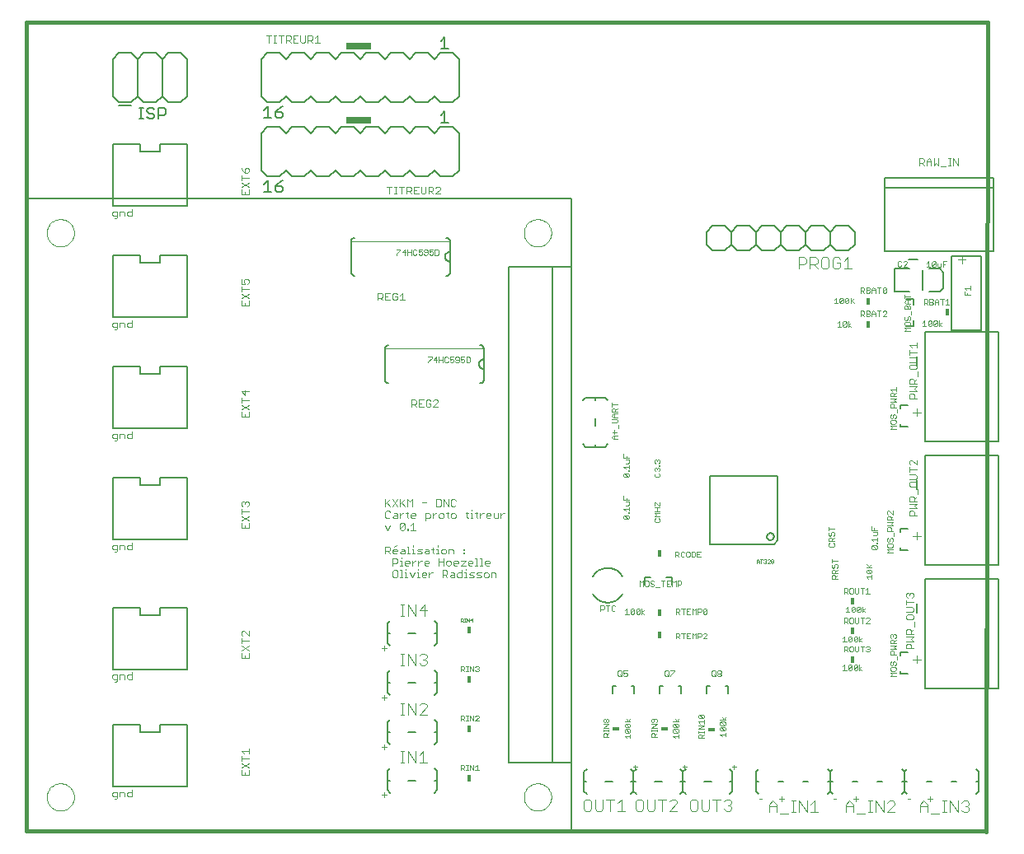
<source format=gto>
G75*
%MOIN*%
%OFA0B0*%
%FSLAX24Y24*%
%IPPOS*%
%LPD*%
%AMOC8*
5,1,8,0,0,1.08239X$1,22.5*
%
%ADD10C,0.0160*%
%ADD11C,0.0030*%
%ADD12C,0.0080*%
%ADD13C,0.0020*%
%ADD14C,0.0060*%
%ADD15C,0.0010*%
%ADD16C,0.0040*%
%ADD17C,0.0050*%
%ADD18R,0.0180X0.0300*%
%ADD19R,0.0300X0.0180*%
%ADD20R,0.1000X0.0250*%
%ADD21C,0.0000*%
D10*
X004043Y005930D02*
X004043Y038680D01*
X042918Y038680D01*
X042843Y005905D01*
X042788Y005930D02*
X004043Y005930D01*
D11*
X007524Y007373D02*
X007572Y007325D01*
X007717Y007325D01*
X007717Y007277D02*
X007717Y007518D01*
X007572Y007518D01*
X007524Y007470D01*
X007524Y007373D01*
X007621Y007228D02*
X007669Y007228D01*
X007717Y007277D01*
X007819Y007325D02*
X007819Y007518D01*
X007964Y007518D01*
X008012Y007470D01*
X008012Y007325D01*
X008113Y007373D02*
X008113Y007470D01*
X008162Y007518D01*
X008307Y007518D01*
X008307Y007615D02*
X008307Y007325D01*
X008162Y007325D01*
X008113Y007373D01*
X012738Y008195D02*
X013028Y008195D01*
X013028Y008388D01*
X013028Y008490D02*
X012738Y008683D01*
X012738Y008784D02*
X012738Y008978D01*
X012738Y008881D02*
X013028Y008881D01*
X013028Y008683D02*
X012738Y008490D01*
X012738Y008388D02*
X012738Y008195D01*
X012883Y008195D02*
X012883Y008292D01*
X012834Y009079D02*
X012738Y009176D01*
X013028Y009176D01*
X013028Y009272D02*
X013028Y009079D01*
X013028Y012945D02*
X012738Y012945D01*
X012738Y013138D01*
X012738Y013240D02*
X013028Y013433D01*
X013028Y013240D02*
X012738Y013433D01*
X012738Y013534D02*
X012738Y013728D01*
X012738Y013631D02*
X013028Y013631D01*
X013028Y013829D02*
X012834Y014022D01*
X012786Y014022D01*
X012738Y013974D01*
X012738Y013877D01*
X012786Y013829D01*
X013028Y013829D02*
X013028Y014022D01*
X013028Y013138D02*
X013028Y012945D01*
X012883Y012945D02*
X012883Y013042D01*
X008307Y012365D02*
X008307Y012075D01*
X008162Y012075D01*
X008113Y012123D01*
X008113Y012220D01*
X008162Y012268D01*
X008307Y012268D01*
X008012Y012220D02*
X008012Y012075D01*
X008012Y012220D02*
X007964Y012268D01*
X007819Y012268D01*
X007819Y012075D01*
X007717Y012075D02*
X007572Y012075D01*
X007524Y012123D01*
X007524Y012220D01*
X007572Y012268D01*
X007717Y012268D01*
X007717Y012027D01*
X007669Y011978D01*
X007621Y011978D01*
X007621Y017228D02*
X007669Y017228D01*
X007717Y017277D01*
X007717Y017518D01*
X007572Y017518D01*
X007524Y017470D01*
X007524Y017373D01*
X007572Y017325D01*
X007717Y017325D01*
X007819Y017325D02*
X007819Y017518D01*
X007964Y017518D01*
X008012Y017470D01*
X008012Y017325D01*
X008113Y017373D02*
X008113Y017470D01*
X008162Y017518D01*
X008307Y017518D01*
X008307Y017615D02*
X008307Y017325D01*
X008162Y017325D01*
X008113Y017373D01*
X012738Y018195D02*
X013028Y018195D01*
X013028Y018388D01*
X013028Y018490D02*
X012738Y018683D01*
X012738Y018784D02*
X012738Y018978D01*
X012738Y018881D02*
X013028Y018881D01*
X013028Y018683D02*
X012738Y018490D01*
X012738Y018388D02*
X012738Y018195D01*
X012883Y018195D02*
X012883Y018292D01*
X012980Y019079D02*
X013028Y019127D01*
X013028Y019224D01*
X012980Y019272D01*
X012931Y019272D01*
X012883Y019224D01*
X012883Y019176D01*
X012883Y019224D02*
X012834Y019272D01*
X012786Y019272D01*
X012738Y019224D01*
X012738Y019127D01*
X012786Y019079D01*
X012738Y022695D02*
X013028Y022695D01*
X013028Y022888D01*
X013028Y022990D02*
X012738Y023183D01*
X012738Y023284D02*
X012738Y023478D01*
X012738Y023381D02*
X013028Y023381D01*
X013028Y023183D02*
X012738Y022990D01*
X012738Y022888D02*
X012738Y022695D01*
X012883Y022695D02*
X012883Y022792D01*
X012883Y023579D02*
X012738Y023724D01*
X013028Y023724D01*
X012883Y023772D02*
X012883Y023579D01*
X012883Y027195D02*
X012883Y027292D01*
X013028Y027388D02*
X013028Y027195D01*
X012738Y027195D01*
X012738Y027388D01*
X012738Y027490D02*
X013028Y027683D01*
X013028Y027490D02*
X012738Y027683D01*
X012738Y027784D02*
X012738Y027978D01*
X012738Y027881D02*
X013028Y027881D01*
X012980Y028079D02*
X013028Y028127D01*
X013028Y028224D01*
X012980Y028272D01*
X012883Y028272D01*
X012834Y028224D01*
X012834Y028176D01*
X012883Y028079D01*
X012738Y028079D01*
X012738Y028272D01*
X012738Y031695D02*
X013028Y031695D01*
X013028Y031888D01*
X013028Y031990D02*
X012738Y032183D01*
X012738Y032284D02*
X012738Y032478D01*
X012738Y032381D02*
X013028Y032381D01*
X013028Y032183D02*
X012738Y031990D01*
X012738Y031888D02*
X012738Y031695D01*
X012883Y031695D02*
X012883Y031792D01*
X012883Y032579D02*
X012786Y032676D01*
X012738Y032772D01*
X012883Y032724D02*
X012883Y032579D01*
X012980Y032579D01*
X013028Y032627D01*
X013028Y032724D01*
X012980Y032772D01*
X012931Y032772D01*
X012883Y032724D01*
X008307Y031115D02*
X008307Y030825D01*
X008162Y030825D01*
X008113Y030873D01*
X008113Y030970D01*
X008162Y031018D01*
X008307Y031018D01*
X008012Y030970D02*
X007964Y031018D01*
X007819Y031018D01*
X007819Y030825D01*
X007717Y030825D02*
X007572Y030825D01*
X007524Y030873D01*
X007524Y030970D01*
X007572Y031018D01*
X007717Y031018D01*
X007717Y030777D01*
X007669Y030728D01*
X007621Y030728D01*
X008012Y030825D02*
X008012Y030970D01*
X008307Y026615D02*
X008307Y026325D01*
X008162Y026325D01*
X008113Y026373D01*
X008113Y026470D01*
X008162Y026518D01*
X008307Y026518D01*
X008012Y026470D02*
X008012Y026325D01*
X008012Y026470D02*
X007964Y026518D01*
X007819Y026518D01*
X007819Y026325D01*
X007717Y026325D02*
X007572Y026325D01*
X007524Y026373D01*
X007524Y026470D01*
X007572Y026518D01*
X007717Y026518D01*
X007717Y026277D01*
X007669Y026228D01*
X007621Y026228D01*
X008307Y022115D02*
X008307Y021825D01*
X008162Y021825D01*
X008113Y021873D01*
X008113Y021970D01*
X008162Y022018D01*
X008307Y022018D01*
X008012Y021970D02*
X008012Y021825D01*
X008012Y021970D02*
X007964Y022018D01*
X007819Y022018D01*
X007819Y021825D01*
X007717Y021825D02*
X007572Y021825D01*
X007524Y021873D01*
X007524Y021970D01*
X007572Y022018D01*
X007717Y022018D01*
X007717Y021777D01*
X007669Y021728D01*
X007621Y021728D01*
X018558Y019365D02*
X018558Y019075D01*
X018558Y019172D02*
X018751Y019365D01*
X018853Y019365D02*
X019046Y019075D01*
X019147Y019075D02*
X019147Y019365D01*
X019046Y019365D02*
X018853Y019075D01*
X018751Y019075D02*
X018606Y019220D01*
X018606Y018885D02*
X018558Y018837D01*
X018558Y018643D01*
X018606Y018595D01*
X018703Y018595D01*
X018751Y018643D01*
X018853Y018643D02*
X018901Y018692D01*
X019046Y018692D01*
X019046Y018740D02*
X019046Y018595D01*
X018901Y018595D01*
X018853Y018643D01*
X018901Y018788D02*
X018998Y018788D01*
X019046Y018740D01*
X019147Y018692D02*
X019244Y018788D01*
X019292Y018788D01*
X019393Y018788D02*
X019490Y018788D01*
X019441Y018837D02*
X019441Y018643D01*
X019490Y018595D01*
X019589Y018643D02*
X019589Y018740D01*
X019638Y018788D01*
X019734Y018788D01*
X019783Y018740D01*
X019783Y018692D01*
X019589Y018692D01*
X019589Y018643D02*
X019638Y018595D01*
X019734Y018595D01*
X019686Y018405D02*
X019686Y018115D01*
X019589Y018115D02*
X019783Y018115D01*
X019589Y018308D02*
X019686Y018405D01*
X019490Y018163D02*
X019490Y018115D01*
X019442Y018115D01*
X019442Y018163D01*
X019490Y018163D01*
X019341Y018163D02*
X019292Y018115D01*
X019196Y018115D01*
X019147Y018163D01*
X019341Y018357D01*
X019341Y018163D01*
X019147Y018163D02*
X019147Y018357D01*
X019196Y018405D01*
X019292Y018405D01*
X019341Y018357D01*
X019147Y018595D02*
X019147Y018788D01*
X019341Y019075D02*
X019196Y019220D01*
X019147Y019172D02*
X019341Y019365D01*
X019442Y019365D02*
X019539Y019268D01*
X019635Y019365D01*
X019635Y019075D01*
X019442Y019075D02*
X019442Y019365D01*
X020031Y019220D02*
X020225Y019220D01*
X020620Y019365D02*
X020620Y019075D01*
X020766Y019075D01*
X020814Y019123D01*
X020814Y019317D01*
X020766Y019365D01*
X020620Y019365D01*
X020915Y019365D02*
X021109Y019075D01*
X021109Y019365D01*
X021210Y019317D02*
X021210Y019123D01*
X021258Y019075D01*
X021355Y019075D01*
X021403Y019123D01*
X021403Y019317D02*
X021355Y019365D01*
X021258Y019365D01*
X021210Y019317D01*
X020915Y019365D02*
X020915Y019075D01*
X021062Y018837D02*
X021062Y018643D01*
X021110Y018595D01*
X021210Y018643D02*
X021210Y018740D01*
X021258Y018788D01*
X021355Y018788D01*
X021403Y018740D01*
X021403Y018643D01*
X021355Y018595D01*
X021258Y018595D01*
X021210Y018643D01*
X021110Y018788D02*
X021013Y018788D01*
X020912Y018740D02*
X020864Y018788D01*
X020767Y018788D01*
X020719Y018740D01*
X020719Y018643D01*
X020767Y018595D01*
X020864Y018595D01*
X020912Y018643D01*
X020912Y018740D01*
X020618Y018788D02*
X020570Y018788D01*
X020473Y018692D01*
X020473Y018788D02*
X020473Y018595D01*
X020372Y018643D02*
X020324Y018595D01*
X020178Y018595D01*
X020178Y018498D02*
X020178Y018788D01*
X020324Y018788D01*
X020372Y018740D01*
X020372Y018643D01*
X020669Y017494D02*
X020669Y017445D01*
X020669Y017348D02*
X020669Y017155D01*
X020717Y017155D02*
X020620Y017155D01*
X020521Y017155D02*
X020472Y017203D01*
X020472Y017397D01*
X020424Y017348D02*
X020521Y017348D01*
X020620Y017348D02*
X020669Y017348D01*
X020817Y017300D02*
X020817Y017203D01*
X020865Y017155D01*
X020962Y017155D01*
X021010Y017203D01*
X021010Y017300D01*
X020962Y017348D01*
X020865Y017348D01*
X020817Y017300D01*
X021112Y017348D02*
X021257Y017348D01*
X021305Y017300D01*
X021305Y017155D01*
X021112Y017155D02*
X021112Y017348D01*
X020912Y016965D02*
X020912Y016675D01*
X021013Y016723D02*
X021062Y016675D01*
X021158Y016675D01*
X021207Y016723D01*
X021207Y016820D01*
X021158Y016868D01*
X021062Y016868D01*
X021013Y016820D01*
X021013Y016723D01*
X020912Y016820D02*
X020719Y016820D01*
X020719Y016675D02*
X020719Y016965D01*
X020323Y016820D02*
X020323Y016772D01*
X020129Y016772D01*
X020129Y016820D02*
X020178Y016868D01*
X020275Y016868D01*
X020323Y016820D01*
X020275Y016675D02*
X020178Y016675D01*
X020129Y016723D01*
X020129Y016820D01*
X020029Y016868D02*
X019981Y016868D01*
X019884Y016772D01*
X019884Y016868D02*
X019884Y016675D01*
X019883Y016534D02*
X019883Y016485D01*
X019883Y016388D02*
X019883Y016195D01*
X019835Y016195D02*
X019931Y016195D01*
X020031Y016243D02*
X020031Y016340D01*
X020080Y016388D01*
X020176Y016388D01*
X020225Y016340D01*
X020225Y016292D01*
X020031Y016292D01*
X020031Y016243D02*
X020080Y016195D01*
X020176Y016195D01*
X020326Y016195D02*
X020326Y016388D01*
X020326Y016292D02*
X020423Y016388D01*
X020471Y016388D01*
X020866Y016292D02*
X021011Y016292D01*
X021060Y016340D01*
X021060Y016437D01*
X021011Y016485D01*
X020866Y016485D01*
X020866Y016195D01*
X020963Y016292D02*
X021060Y016195D01*
X021161Y016243D02*
X021209Y016292D01*
X021354Y016292D01*
X021354Y016340D02*
X021354Y016195D01*
X021209Y016195D01*
X021161Y016243D01*
X021209Y016388D02*
X021306Y016388D01*
X021354Y016340D01*
X021455Y016340D02*
X021504Y016388D01*
X021649Y016388D01*
X021649Y016485D02*
X021649Y016195D01*
X021504Y016195D01*
X021455Y016243D01*
X021455Y016340D01*
X021750Y016388D02*
X021798Y016388D01*
X021798Y016195D01*
X021750Y016195D02*
X021847Y016195D01*
X021946Y016195D02*
X022092Y016195D01*
X022140Y016243D01*
X022092Y016292D01*
X021995Y016292D01*
X021946Y016340D01*
X021995Y016388D01*
X022140Y016388D01*
X022241Y016340D02*
X022289Y016388D01*
X022435Y016388D01*
X022386Y016292D02*
X022289Y016292D01*
X022241Y016340D01*
X022241Y016195D02*
X022386Y016195D01*
X022435Y016243D01*
X022386Y016292D01*
X022536Y016340D02*
X022536Y016243D01*
X022584Y016195D01*
X022681Y016195D01*
X022729Y016243D01*
X022729Y016340D01*
X022681Y016388D01*
X022584Y016388D01*
X022536Y016340D01*
X022830Y016388D02*
X022975Y016388D01*
X023024Y016340D01*
X023024Y016195D01*
X022830Y016195D02*
X022830Y016388D01*
X022730Y016675D02*
X022633Y016675D01*
X022585Y016723D01*
X022585Y016820D01*
X022633Y016868D01*
X022730Y016868D01*
X022778Y016820D01*
X022778Y016772D01*
X022585Y016772D01*
X022485Y016675D02*
X022388Y016675D01*
X022437Y016675D02*
X022437Y016965D01*
X022388Y016965D01*
X022240Y016965D02*
X022240Y016675D01*
X022192Y016675D02*
X022289Y016675D01*
X022091Y016772D02*
X021897Y016772D01*
X021897Y016820D02*
X021946Y016868D01*
X022042Y016868D01*
X022091Y016820D01*
X022091Y016772D01*
X022042Y016675D02*
X021946Y016675D01*
X021897Y016723D01*
X021897Y016820D01*
X021796Y016868D02*
X021603Y016675D01*
X021796Y016675D01*
X021798Y016534D02*
X021798Y016485D01*
X021796Y016868D02*
X021603Y016868D01*
X021501Y016820D02*
X021501Y016772D01*
X021308Y016772D01*
X021308Y016820D02*
X021356Y016868D01*
X021453Y016868D01*
X021501Y016820D01*
X021453Y016675D02*
X021356Y016675D01*
X021308Y016723D01*
X021308Y016820D01*
X021701Y017155D02*
X021701Y017203D01*
X021749Y017203D01*
X021749Y017155D01*
X021701Y017155D01*
X021701Y017300D02*
X021701Y017348D01*
X021749Y017348D01*
X021749Y017300D01*
X021701Y017300D01*
X022192Y016965D02*
X022240Y016965D01*
X022289Y018595D02*
X022240Y018643D01*
X022240Y018837D01*
X022192Y018788D02*
X022289Y018788D01*
X022388Y018788D02*
X022388Y018595D01*
X022388Y018692D02*
X022485Y018788D01*
X022534Y018788D01*
X022634Y018740D02*
X022682Y018788D01*
X022779Y018788D01*
X022827Y018740D01*
X022827Y018692D01*
X022634Y018692D01*
X022634Y018740D02*
X022634Y018643D01*
X022682Y018595D01*
X022779Y018595D01*
X022929Y018643D02*
X022977Y018595D01*
X023122Y018595D01*
X023122Y018788D01*
X023223Y018788D02*
X023223Y018595D01*
X023223Y018692D02*
X023320Y018788D01*
X023368Y018788D01*
X022929Y018788D02*
X022929Y018643D01*
X022092Y018595D02*
X021996Y018595D01*
X022044Y018595D02*
X022044Y018788D01*
X021996Y018788D01*
X021896Y018788D02*
X021799Y018788D01*
X021847Y018837D02*
X021847Y018643D01*
X021896Y018595D01*
X022044Y018885D02*
X022044Y018934D01*
X020323Y017300D02*
X020323Y017155D01*
X020178Y017155D01*
X020129Y017203D01*
X020178Y017252D01*
X020323Y017252D01*
X020323Y017300D02*
X020275Y017348D01*
X020178Y017348D01*
X020028Y017348D02*
X019883Y017348D01*
X019835Y017300D01*
X019883Y017252D01*
X019980Y017252D01*
X020028Y017203D01*
X019980Y017155D01*
X019835Y017155D01*
X019735Y017155D02*
X019638Y017155D01*
X019687Y017155D02*
X019687Y017348D01*
X019638Y017348D01*
X019687Y017445D02*
X019687Y017494D01*
X019490Y017445D02*
X019490Y017155D01*
X019442Y017155D02*
X019539Y017155D01*
X019341Y017155D02*
X019196Y017155D01*
X019147Y017203D01*
X019196Y017252D01*
X019341Y017252D01*
X019341Y017300D02*
X019341Y017155D01*
X019341Y017300D02*
X019292Y017348D01*
X019196Y017348D01*
X019046Y017300D02*
X019046Y017252D01*
X018853Y017252D01*
X018853Y017300D02*
X018901Y017348D01*
X018998Y017348D01*
X019046Y017300D01*
X018998Y017155D02*
X018901Y017155D01*
X018853Y017203D01*
X018853Y017300D01*
X018751Y017300D02*
X018703Y017252D01*
X018558Y017252D01*
X018655Y017252D02*
X018751Y017155D01*
X018751Y017300D02*
X018751Y017397D01*
X018703Y017445D01*
X018558Y017445D01*
X018558Y017155D01*
X018853Y016965D02*
X018998Y016965D01*
X019046Y016917D01*
X019046Y016820D01*
X018998Y016772D01*
X018853Y016772D01*
X018853Y016675D02*
X018853Y016965D01*
X019147Y016868D02*
X019196Y016868D01*
X019196Y016675D01*
X019244Y016675D02*
X019147Y016675D01*
X019147Y016485D02*
X019196Y016485D01*
X019196Y016195D01*
X019244Y016195D02*
X019147Y016195D01*
X019046Y016243D02*
X019046Y016437D01*
X018998Y016485D01*
X018901Y016485D01*
X018853Y016437D01*
X018853Y016243D01*
X018901Y016195D01*
X018998Y016195D01*
X019046Y016243D01*
X019344Y016195D02*
X019440Y016195D01*
X019392Y016195D02*
X019392Y016388D01*
X019344Y016388D01*
X019392Y016485D02*
X019392Y016534D01*
X019392Y016675D02*
X019344Y016723D01*
X019344Y016820D01*
X019392Y016868D01*
X019489Y016868D01*
X019537Y016820D01*
X019537Y016772D01*
X019344Y016772D01*
X019392Y016675D02*
X019489Y016675D01*
X019638Y016675D02*
X019638Y016868D01*
X019638Y016772D02*
X019735Y016868D01*
X019783Y016868D01*
X019734Y016388D02*
X019637Y016195D01*
X019540Y016388D01*
X019835Y016388D02*
X019883Y016388D01*
X019196Y016965D02*
X019196Y017014D01*
X019442Y017445D02*
X019490Y017445D01*
X018998Y017494D02*
X018901Y017445D01*
X018655Y018115D02*
X018751Y018308D01*
X018558Y018308D02*
X018655Y018115D01*
X018751Y018837D02*
X018703Y018885D01*
X018606Y018885D01*
X019608Y023095D02*
X019608Y023385D01*
X019753Y023385D01*
X019801Y023337D01*
X019801Y023240D01*
X019753Y023192D01*
X019608Y023192D01*
X019705Y023192D02*
X019801Y023095D01*
X019903Y023095D02*
X020096Y023095D01*
X020197Y023143D02*
X020246Y023095D01*
X020342Y023095D01*
X020391Y023143D01*
X020391Y023240D01*
X020294Y023240D01*
X020197Y023337D02*
X020197Y023143D01*
X020197Y023337D02*
X020246Y023385D01*
X020342Y023385D01*
X020391Y023337D01*
X020492Y023337D02*
X020540Y023385D01*
X020637Y023385D01*
X020685Y023337D01*
X020685Y023288D01*
X020492Y023095D01*
X020685Y023095D01*
X020096Y023385D02*
X019903Y023385D01*
X019903Y023095D01*
X019903Y023240D02*
X019999Y023240D01*
X019335Y027420D02*
X019142Y027420D01*
X019239Y027420D02*
X019239Y027710D01*
X019142Y027613D01*
X019041Y027565D02*
X018944Y027565D01*
X019041Y027565D02*
X019041Y027468D01*
X018992Y027420D01*
X018896Y027420D01*
X018847Y027468D01*
X018847Y027662D01*
X018896Y027710D01*
X018992Y027710D01*
X019041Y027662D01*
X018746Y027710D02*
X018553Y027710D01*
X018553Y027420D01*
X018746Y027420D01*
X018649Y027565D02*
X018553Y027565D01*
X018451Y027565D02*
X018403Y027517D01*
X018258Y027517D01*
X018355Y027517D02*
X018451Y027420D01*
X018451Y027565D02*
X018451Y027662D01*
X018403Y027710D01*
X018258Y027710D01*
X018258Y027420D01*
X018721Y031725D02*
X018721Y032015D01*
X018817Y032015D02*
X018624Y032015D01*
X018919Y032015D02*
X019015Y032015D01*
X018967Y032015D02*
X018967Y031725D01*
X018919Y031725D02*
X019015Y031725D01*
X019212Y031725D02*
X019212Y032015D01*
X019115Y032015D02*
X019309Y032015D01*
X019410Y032015D02*
X019555Y032015D01*
X019603Y031967D01*
X019603Y031870D01*
X019555Y031822D01*
X019410Y031822D01*
X019506Y031822D02*
X019603Y031725D01*
X019704Y031725D02*
X019704Y032015D01*
X019898Y032015D01*
X019999Y032015D02*
X019999Y031773D01*
X020047Y031725D01*
X020144Y031725D01*
X020192Y031773D01*
X020192Y032015D01*
X020294Y032015D02*
X020439Y032015D01*
X020487Y031967D01*
X020487Y031870D01*
X020439Y031822D01*
X020294Y031822D01*
X020390Y031822D02*
X020487Y031725D01*
X020588Y031725D02*
X020782Y031918D01*
X020782Y031967D01*
X020733Y032015D01*
X020637Y032015D01*
X020588Y031967D01*
X020588Y031725D02*
X020782Y031725D01*
X020294Y031725D02*
X020294Y032015D01*
X019898Y031725D02*
X019704Y031725D01*
X019704Y031870D02*
X019801Y031870D01*
X019410Y031725D02*
X019410Y032015D01*
X015907Y037850D02*
X015713Y037850D01*
X015810Y037850D02*
X015810Y038140D01*
X015713Y038043D01*
X015612Y037995D02*
X015564Y037947D01*
X015419Y037947D01*
X015515Y037947D02*
X015612Y037850D01*
X015612Y037995D02*
X015612Y038092D01*
X015564Y038140D01*
X015419Y038140D01*
X015419Y037850D01*
X015317Y037898D02*
X015317Y038140D01*
X015124Y038140D02*
X015124Y037898D01*
X015172Y037850D01*
X015269Y037850D01*
X015317Y037898D01*
X015023Y037850D02*
X014829Y037850D01*
X014829Y038140D01*
X015023Y038140D01*
X014926Y037995D02*
X014829Y037995D01*
X014728Y037995D02*
X014680Y037947D01*
X014535Y037947D01*
X014631Y037947D02*
X014728Y037850D01*
X014728Y037995D02*
X014728Y038092D01*
X014680Y038140D01*
X014535Y038140D01*
X014535Y037850D01*
X014337Y037850D02*
X014337Y038140D01*
X014240Y038140D02*
X014434Y038140D01*
X014140Y038140D02*
X014044Y038140D01*
X014092Y038140D02*
X014092Y037850D01*
X014044Y037850D02*
X014140Y037850D01*
X013846Y037850D02*
X013846Y038140D01*
X013942Y038140D02*
X013749Y038140D01*
X039738Y025604D02*
X040028Y025604D01*
X040028Y025508D02*
X040028Y025701D01*
X039834Y025508D02*
X039738Y025604D01*
X039738Y025406D02*
X039738Y025213D01*
X039738Y025310D02*
X040028Y025310D01*
X039980Y025112D02*
X039738Y025112D01*
X039738Y024918D02*
X039980Y024918D01*
X040028Y024967D01*
X040028Y025063D01*
X039980Y025112D01*
X039980Y024817D02*
X039786Y024817D01*
X039738Y024769D01*
X039738Y024672D01*
X039786Y024624D01*
X039980Y024624D01*
X040028Y024672D01*
X040028Y024769D01*
X039980Y024817D01*
X040076Y024522D02*
X040076Y024329D01*
X040028Y024228D02*
X039931Y024131D01*
X039931Y024179D02*
X039931Y024034D01*
X040028Y024034D02*
X039738Y024034D01*
X039738Y024179D01*
X039786Y024228D01*
X039883Y024228D01*
X039931Y024179D01*
X040028Y023933D02*
X039738Y023933D01*
X039738Y023740D02*
X040028Y023740D01*
X039931Y023836D01*
X040028Y023933D01*
X039883Y023638D02*
X039786Y023638D01*
X039738Y023590D01*
X039738Y023445D01*
X040028Y023445D01*
X039931Y023445D02*
X039931Y023590D01*
X039883Y023638D01*
X039834Y020951D02*
X039786Y020951D01*
X039738Y020903D01*
X039738Y020806D01*
X039786Y020758D01*
X039738Y020656D02*
X039738Y020463D01*
X039738Y020560D02*
X040028Y020560D01*
X040028Y020758D02*
X039834Y020951D01*
X040028Y020951D02*
X040028Y020758D01*
X039980Y020362D02*
X039738Y020362D01*
X039738Y020168D02*
X039980Y020168D01*
X040028Y020217D01*
X040028Y020313D01*
X039980Y020362D01*
X039980Y020067D02*
X039786Y020067D01*
X039738Y020019D01*
X039738Y019922D01*
X039786Y019874D01*
X039980Y019874D01*
X040028Y019922D01*
X040028Y020019D01*
X039980Y020067D01*
X040076Y019772D02*
X040076Y019579D01*
X040028Y019478D02*
X039931Y019381D01*
X039931Y019429D02*
X039931Y019284D01*
X040028Y019284D02*
X039738Y019284D01*
X039738Y019429D01*
X039786Y019478D01*
X039883Y019478D01*
X039931Y019429D01*
X040028Y019183D02*
X039738Y019183D01*
X039738Y018990D02*
X040028Y018990D01*
X039931Y019086D01*
X040028Y019183D01*
X039883Y018888D02*
X039786Y018888D01*
X039738Y018840D01*
X039738Y018695D01*
X040028Y018695D01*
X039931Y018695D02*
X039931Y018840D01*
X039883Y018888D01*
X039855Y015576D02*
X039903Y015528D01*
X039903Y015431D01*
X039855Y015383D01*
X039758Y015479D02*
X039758Y015528D01*
X039806Y015576D01*
X039855Y015576D01*
X039758Y015528D02*
X039709Y015576D01*
X039661Y015576D01*
X039613Y015528D01*
X039613Y015431D01*
X039661Y015383D01*
X039613Y015281D02*
X039613Y015088D01*
X039613Y015185D02*
X039903Y015185D01*
X039855Y014987D02*
X039903Y014938D01*
X039903Y014842D01*
X039855Y014793D01*
X039613Y014793D01*
X039661Y014692D02*
X039613Y014644D01*
X039613Y014547D01*
X039661Y014499D01*
X039855Y014499D01*
X039903Y014547D01*
X039903Y014644D01*
X039855Y014692D01*
X039661Y014692D01*
X039613Y014987D02*
X039855Y014987D01*
X039951Y014397D02*
X039951Y014204D01*
X039903Y014103D02*
X039806Y014006D01*
X039806Y014054D02*
X039806Y013909D01*
X039903Y013909D02*
X039613Y013909D01*
X039613Y014054D01*
X039661Y014103D01*
X039758Y014103D01*
X039806Y014054D01*
X039903Y013808D02*
X039613Y013808D01*
X039613Y013615D02*
X039903Y013615D01*
X039806Y013711D01*
X039903Y013808D01*
X039758Y013513D02*
X039806Y013465D01*
X039806Y013320D01*
X039903Y013320D02*
X039613Y013320D01*
X039613Y013465D01*
X039661Y013513D01*
X039758Y013513D01*
X040578Y007327D02*
X040578Y007133D01*
X040482Y007230D02*
X040675Y007230D01*
X039793Y007230D02*
X039668Y007230D01*
X037675Y007230D02*
X037482Y007230D01*
X037578Y007327D02*
X037578Y007133D01*
X036793Y007230D02*
X036668Y007230D01*
X034675Y007230D02*
X034482Y007230D01*
X034578Y007327D02*
X034578Y007133D01*
X033793Y007230D02*
X033668Y007230D01*
X032660Y008423D02*
X032660Y008617D01*
X032563Y008520D02*
X032757Y008520D01*
X030757Y008520D02*
X030563Y008520D01*
X030660Y008617D02*
X030660Y008423D01*
X028757Y008520D02*
X028563Y008520D01*
X028660Y008617D02*
X028660Y008423D01*
X018601Y009340D02*
X018408Y009340D01*
X018505Y009437D02*
X018505Y009243D01*
X018505Y007487D02*
X018505Y007293D01*
X018601Y007390D02*
X018408Y007390D01*
X018505Y011243D02*
X018505Y011437D01*
X018601Y011340D02*
X018408Y011340D01*
X018505Y013243D02*
X018505Y013437D01*
X018601Y013340D02*
X018408Y013340D01*
X040138Y032875D02*
X040138Y033165D01*
X040283Y033165D01*
X040332Y033117D01*
X040332Y033020D01*
X040283Y032972D01*
X040138Y032972D01*
X040235Y032972D02*
X040332Y032875D01*
X040433Y032875D02*
X040433Y033068D01*
X040530Y033165D01*
X040626Y033068D01*
X040626Y032875D01*
X040728Y032875D02*
X040824Y032972D01*
X040921Y032875D01*
X040921Y033165D01*
X040728Y033165D02*
X040728Y032875D01*
X040626Y033020D02*
X040433Y033020D01*
X041022Y032827D02*
X041216Y032827D01*
X041317Y032875D02*
X041414Y032875D01*
X041365Y032875D02*
X041365Y033165D01*
X041317Y033165D02*
X041414Y033165D01*
X041513Y033165D02*
X041707Y032875D01*
X041707Y033165D01*
X041513Y033165D02*
X041513Y032875D01*
D12*
X043138Y032354D02*
X043138Y031961D01*
X038729Y031961D01*
X038729Y032354D01*
X043138Y032354D01*
X043138Y031961D02*
X043138Y029401D01*
X038729Y029401D01*
X038729Y031961D01*
X037293Y030430D02*
X036793Y030430D01*
X036543Y030180D01*
X036543Y029680D01*
X036293Y029430D01*
X035793Y029430D01*
X035543Y029680D01*
X035543Y030180D01*
X035793Y030430D01*
X036293Y030430D01*
X036543Y030180D01*
X037293Y030430D02*
X037543Y030180D01*
X037543Y029680D01*
X037293Y029430D01*
X036793Y029430D01*
X036543Y029680D01*
X035543Y029680D02*
X035293Y029430D01*
X034793Y029430D01*
X034543Y029680D01*
X034543Y030180D01*
X034793Y030430D01*
X035293Y030430D01*
X035543Y030180D01*
X034543Y030180D02*
X034293Y030430D01*
X033793Y030430D01*
X033543Y030180D01*
X033543Y029680D01*
X033293Y029430D01*
X032793Y029430D01*
X032543Y029680D01*
X032543Y030180D01*
X032793Y030430D01*
X033293Y030430D01*
X033543Y030180D01*
X033543Y029680D02*
X033793Y029430D01*
X034293Y029430D01*
X034543Y029680D01*
X032543Y029680D02*
X032293Y029430D01*
X031793Y029430D01*
X031543Y029680D01*
X031543Y030180D01*
X031793Y030430D01*
X032293Y030430D01*
X032543Y030180D01*
X039159Y028702D02*
X039159Y027758D01*
X039749Y027758D01*
X039604Y027481D02*
X039919Y027481D01*
X039919Y027245D01*
X040537Y027758D02*
X040970Y027758D01*
X041127Y027915D01*
X041127Y028545D01*
X040970Y028702D01*
X040537Y028702D01*
X039749Y028702D02*
X039159Y028702D01*
X039919Y026615D02*
X039919Y026379D01*
X039604Y026379D01*
X040389Y026119D02*
X042948Y026119D01*
X042948Y021710D01*
X040389Y021710D01*
X040389Y026119D01*
X041443Y026205D02*
X041443Y029205D01*
X042643Y029205D01*
X042643Y026205D01*
X041443Y026205D01*
X042948Y026119D02*
X043342Y026119D01*
X043342Y021710D01*
X042948Y021710D01*
X042948Y021119D02*
X042948Y016710D01*
X040389Y016710D01*
X040389Y021119D01*
X042948Y021119D01*
X043342Y021119D01*
X043342Y016710D01*
X042948Y016710D01*
X042948Y016119D02*
X042948Y011710D01*
X040389Y011710D01*
X040389Y016119D01*
X042948Y016119D01*
X043342Y016119D01*
X043342Y011710D01*
X042948Y011710D01*
X039682Y012297D02*
X039367Y012297D01*
X039367Y012415D01*
X039367Y013045D02*
X039367Y013163D01*
X039682Y013163D01*
X039682Y017297D02*
X039367Y017297D01*
X039367Y017415D01*
X039367Y018045D02*
X039367Y018163D01*
X039682Y018163D01*
X039682Y022297D02*
X039367Y022297D01*
X039367Y022415D01*
X039367Y023045D02*
X039367Y023163D01*
X039682Y023163D01*
X030144Y016206D02*
X030144Y015891D01*
X030144Y016206D02*
X029908Y016206D01*
X029278Y016206D02*
X029042Y016206D01*
X029042Y015891D01*
X028626Y011806D02*
X028508Y011806D01*
X028626Y011806D02*
X028626Y011491D01*
X027878Y011806D02*
X027760Y011806D01*
X027760Y011491D01*
X029660Y011491D02*
X029660Y011806D01*
X029778Y011806D01*
X030408Y011806D02*
X030526Y011806D01*
X030526Y011491D01*
X031560Y011491D02*
X031560Y011806D01*
X031678Y011806D01*
X032308Y011806D02*
X032426Y011806D01*
X032426Y011491D01*
X032483Y008430D02*
X032593Y008320D01*
X032593Y007930D01*
X032593Y007540D01*
X032483Y007430D01*
X032493Y007930D02*
X032593Y007930D01*
X031743Y007930D02*
X031443Y007930D01*
X030693Y007930D02*
X030593Y007930D01*
X030593Y007540D01*
X030703Y007430D01*
X030593Y007540D02*
X030483Y007430D01*
X030593Y007540D02*
X030593Y007930D01*
X030593Y008320D01*
X030703Y008430D01*
X030593Y008320D02*
X030483Y008430D01*
X030593Y008320D02*
X030593Y007930D01*
X030493Y007930D01*
X029743Y007930D02*
X029443Y007930D01*
X028693Y007930D02*
X028593Y007930D01*
X028593Y007540D01*
X028703Y007430D01*
X028593Y007540D02*
X028483Y007430D01*
X028593Y007540D02*
X028593Y007930D01*
X028593Y008320D01*
X028703Y008430D01*
X028593Y008320D02*
X028483Y008430D01*
X028593Y008320D02*
X028593Y007930D01*
X028493Y007930D01*
X027743Y007930D02*
X027443Y007930D01*
X026693Y007930D02*
X026593Y007930D01*
X026593Y007540D01*
X026703Y007430D01*
X026593Y007930D02*
X026593Y008320D01*
X026703Y008430D01*
X020643Y008370D02*
X020643Y007980D01*
X020643Y007590D01*
X020533Y007480D01*
X020543Y007980D02*
X020643Y007980D01*
X020643Y008370D02*
X020533Y008480D01*
X019793Y007980D02*
X019493Y007980D01*
X018743Y007980D02*
X018643Y007980D01*
X018643Y007590D01*
X018753Y007480D01*
X018643Y007980D02*
X018643Y008370D01*
X018753Y008480D01*
X018753Y009430D02*
X018643Y009540D01*
X018643Y009930D01*
X018643Y010320D01*
X018753Y010430D01*
X018743Y009930D02*
X018643Y009930D01*
X019493Y009930D02*
X019793Y009930D01*
X020543Y009930D02*
X020643Y009930D01*
X020643Y010320D01*
X020533Y010430D01*
X020643Y009930D02*
X020643Y009540D01*
X020533Y009430D01*
X020533Y011430D02*
X020643Y011540D01*
X020643Y011930D01*
X020643Y012320D01*
X020533Y012430D01*
X020543Y011930D02*
X020643Y011930D01*
X019793Y011930D02*
X019493Y011930D01*
X018743Y011930D02*
X018643Y011930D01*
X018643Y011540D01*
X018753Y011430D01*
X018643Y011930D02*
X018643Y012320D01*
X018753Y012430D01*
X018753Y013430D02*
X018643Y013540D01*
X018643Y013930D01*
X018643Y014320D01*
X018753Y014430D01*
X018743Y013930D02*
X018643Y013930D01*
X019493Y013930D02*
X019793Y013930D01*
X020543Y013930D02*
X020643Y013930D01*
X020643Y014320D01*
X020533Y014430D01*
X020643Y013930D02*
X020643Y013540D01*
X020533Y013430D01*
X026653Y021480D02*
X026543Y021590D01*
X026653Y021480D02*
X027043Y021480D01*
X027433Y021480D01*
X027543Y021590D01*
X027043Y021580D02*
X027043Y021480D01*
X027043Y022330D02*
X027043Y022630D01*
X027043Y023380D02*
X027043Y023480D01*
X026653Y023480D01*
X026543Y023370D01*
X027043Y023480D02*
X027433Y023480D01*
X027543Y023370D01*
X010543Y035680D02*
X010543Y037180D01*
X010293Y037430D01*
X009793Y037430D01*
X009543Y037180D01*
X009543Y035680D01*
X009793Y035430D01*
X010293Y035430D01*
X010543Y035680D01*
X009543Y035680D02*
X009293Y035430D01*
X008793Y035430D01*
X008543Y035680D01*
X008543Y037180D01*
X008793Y037430D01*
X009293Y037430D01*
X009543Y037180D01*
X008543Y037180D02*
X008293Y037430D01*
X007793Y037430D01*
X007543Y037180D01*
X007543Y035680D01*
X007793Y035430D01*
X008293Y035430D01*
X008543Y035680D01*
X008293Y035298D02*
X007793Y035298D01*
X033653Y008430D02*
X033543Y008320D01*
X033543Y007930D01*
X033543Y007540D01*
X033653Y007430D01*
X033643Y007930D02*
X033543Y007930D01*
X034443Y007930D02*
X034643Y007930D01*
X035443Y007930D02*
X035643Y007930D01*
X036443Y007930D02*
X036543Y007930D01*
X036543Y007540D01*
X036653Y007430D01*
X036543Y007540D02*
X036433Y007430D01*
X036543Y007540D02*
X036543Y007930D01*
X036543Y008320D01*
X036653Y008430D01*
X036543Y008320D02*
X036433Y008430D01*
X036543Y008320D02*
X036543Y007930D01*
X036643Y007930D01*
X037443Y007930D02*
X037643Y007930D01*
X038443Y007930D02*
X038643Y007930D01*
X039443Y007930D02*
X039543Y007930D01*
X039543Y007540D01*
X039653Y007430D01*
X039543Y007540D02*
X039433Y007430D01*
X039543Y007540D02*
X039543Y007930D01*
X039543Y008320D01*
X039653Y008430D01*
X039543Y008320D02*
X039433Y008430D01*
X039543Y008320D02*
X039543Y007930D01*
X039643Y007930D01*
X040443Y007930D02*
X040643Y007930D01*
X041443Y007930D02*
X041643Y007930D01*
X042443Y007930D02*
X042543Y007930D01*
X042543Y008320D01*
X042433Y008430D01*
X042543Y007930D02*
X042543Y007540D01*
X042433Y007430D01*
D13*
X039194Y012197D02*
X038973Y012197D01*
X039047Y012270D01*
X038973Y012344D01*
X039194Y012344D01*
X039157Y012418D02*
X039194Y012455D01*
X039194Y012528D01*
X039157Y012565D01*
X039010Y012565D01*
X038973Y012528D01*
X038973Y012455D01*
X039010Y012418D01*
X039157Y012418D01*
X039157Y012639D02*
X039194Y012676D01*
X039194Y012749D01*
X039157Y012786D01*
X039120Y012786D01*
X039083Y012749D01*
X039083Y012676D01*
X039047Y012639D01*
X039010Y012639D01*
X038973Y012676D01*
X038973Y012749D01*
X039010Y012786D01*
X039230Y012860D02*
X039230Y013007D01*
X039194Y013081D02*
X038973Y013081D01*
X038973Y013191D01*
X039010Y013228D01*
X039083Y013228D01*
X039120Y013191D01*
X039120Y013081D01*
X039194Y013302D02*
X039120Y013375D01*
X039194Y013449D01*
X038973Y013449D01*
X038973Y013523D02*
X038973Y013633D01*
X039010Y013670D01*
X039083Y013670D01*
X039120Y013633D01*
X039120Y013523D01*
X039120Y013596D02*
X039194Y013670D01*
X039157Y013744D02*
X039194Y013781D01*
X039194Y013854D01*
X039157Y013891D01*
X039120Y013891D01*
X039083Y013854D01*
X039083Y013817D01*
X039083Y013854D02*
X039047Y013891D01*
X039010Y013891D01*
X038973Y013854D01*
X038973Y013781D01*
X039010Y013744D01*
X038973Y013523D02*
X039194Y013523D01*
X039194Y013302D02*
X038973Y013302D01*
X038134Y013337D02*
X038097Y013300D01*
X038134Y013263D01*
X038134Y013227D01*
X038097Y013190D01*
X038024Y013190D01*
X037987Y013227D01*
X038060Y013300D02*
X038097Y013300D01*
X038134Y013337D02*
X038134Y013373D01*
X038097Y013410D01*
X038024Y013410D01*
X037987Y013373D01*
X037913Y013410D02*
X037766Y013410D01*
X037839Y013410D02*
X037839Y013190D01*
X037692Y013227D02*
X037692Y013410D01*
X037545Y013410D02*
X037545Y013227D01*
X037582Y013190D01*
X037655Y013190D01*
X037692Y013227D01*
X037471Y013227D02*
X037471Y013373D01*
X037434Y013410D01*
X037361Y013410D01*
X037324Y013373D01*
X037324Y013227D01*
X037361Y013190D01*
X037434Y013190D01*
X037471Y013227D01*
X037250Y013190D02*
X037176Y013263D01*
X037213Y013263D02*
X037103Y013263D01*
X037103Y013190D02*
X037103Y013410D01*
X037213Y013410D01*
X037250Y013373D01*
X037250Y013300D01*
X037213Y013263D01*
X037200Y013590D02*
X037053Y013590D01*
X037126Y013590D02*
X037126Y013810D01*
X037053Y013737D01*
X037274Y013773D02*
X037311Y013810D01*
X037384Y013810D01*
X037421Y013773D01*
X037274Y013627D01*
X037311Y013590D01*
X037384Y013590D01*
X037421Y013627D01*
X037421Y013773D01*
X037495Y013773D02*
X037532Y013810D01*
X037605Y013810D01*
X037642Y013773D01*
X037495Y013627D01*
X037532Y013590D01*
X037605Y013590D01*
X037642Y013627D01*
X037642Y013773D01*
X037716Y013810D02*
X037716Y013590D01*
X037716Y013663D02*
X037826Y013590D01*
X037716Y013663D02*
X037826Y013737D01*
X037495Y013773D02*
X037495Y013627D01*
X037274Y013627D02*
X037274Y013773D01*
X037250Y014340D02*
X037176Y014413D01*
X037213Y014413D02*
X037103Y014413D01*
X037103Y014340D02*
X037103Y014560D01*
X037213Y014560D01*
X037250Y014523D01*
X037250Y014450D01*
X037213Y014413D01*
X037324Y014377D02*
X037361Y014340D01*
X037434Y014340D01*
X037471Y014377D01*
X037471Y014523D01*
X037434Y014560D01*
X037361Y014560D01*
X037324Y014523D01*
X037324Y014377D01*
X037545Y014377D02*
X037545Y014560D01*
X037692Y014560D02*
X037692Y014377D01*
X037655Y014340D01*
X037582Y014340D01*
X037545Y014377D01*
X037766Y014560D02*
X037913Y014560D01*
X037839Y014560D02*
X037839Y014340D01*
X037987Y014340D02*
X038134Y014487D01*
X038134Y014523D01*
X038097Y014560D01*
X038024Y014560D01*
X037987Y014523D01*
X037987Y014340D02*
X038134Y014340D01*
X037951Y014790D02*
X037841Y014863D01*
X037951Y014937D01*
X037841Y015010D02*
X037841Y014790D01*
X037767Y014827D02*
X037730Y014790D01*
X037657Y014790D01*
X037620Y014827D01*
X037767Y014973D01*
X037767Y014827D01*
X037767Y014973D02*
X037730Y015010D01*
X037657Y015010D01*
X037620Y014973D01*
X037620Y014827D01*
X037546Y014827D02*
X037509Y014790D01*
X037436Y014790D01*
X037399Y014827D01*
X037546Y014973D01*
X037546Y014827D01*
X037546Y014973D02*
X037509Y015010D01*
X037436Y015010D01*
X037399Y014973D01*
X037399Y014827D01*
X037325Y014790D02*
X037178Y014790D01*
X037251Y014790D02*
X037251Y015010D01*
X037178Y014937D01*
X037250Y015540D02*
X037176Y015613D01*
X037213Y015613D02*
X037103Y015613D01*
X037103Y015540D02*
X037103Y015760D01*
X037213Y015760D01*
X037250Y015723D01*
X037250Y015650D01*
X037213Y015613D01*
X037324Y015577D02*
X037361Y015540D01*
X037434Y015540D01*
X037471Y015577D01*
X037471Y015723D01*
X037434Y015760D01*
X037361Y015760D01*
X037324Y015723D01*
X037324Y015577D01*
X037545Y015577D02*
X037545Y015760D01*
X037692Y015760D02*
X037692Y015577D01*
X037655Y015540D01*
X037582Y015540D01*
X037545Y015577D01*
X037766Y015760D02*
X037913Y015760D01*
X037839Y015760D02*
X037839Y015540D01*
X037987Y015540D02*
X038134Y015540D01*
X038060Y015540D02*
X038060Y015760D01*
X037987Y015687D01*
X038076Y016150D02*
X038003Y016223D01*
X038223Y016223D01*
X038223Y016150D02*
X038223Y016297D01*
X038186Y016371D02*
X038039Y016518D01*
X038186Y016518D01*
X038223Y016481D01*
X038223Y016408D01*
X038186Y016371D01*
X038039Y016371D01*
X038003Y016408D01*
X038003Y016481D01*
X038039Y016518D01*
X038003Y016592D02*
X038223Y016592D01*
X038150Y016592D02*
X038003Y016739D01*
X038113Y016629D02*
X038223Y016739D01*
X038249Y017340D02*
X038213Y017377D01*
X038213Y017450D01*
X038249Y017487D01*
X038396Y017340D01*
X038433Y017377D01*
X038433Y017450D01*
X038396Y017487D01*
X038249Y017487D01*
X038249Y017340D02*
X038396Y017340D01*
X038396Y017561D02*
X038396Y017598D01*
X038433Y017598D01*
X038433Y017561D01*
X038396Y017561D01*
X038433Y017671D02*
X038433Y017818D01*
X038433Y017745D02*
X038213Y017745D01*
X038286Y017671D01*
X038286Y017892D02*
X038396Y017892D01*
X038433Y017929D01*
X038433Y018039D01*
X038286Y018039D01*
X038323Y018113D02*
X038323Y018187D01*
X038433Y018113D02*
X038213Y018113D01*
X038213Y018260D01*
X038848Y018302D02*
X039069Y018302D01*
X038995Y018375D01*
X039069Y018449D01*
X038848Y018449D01*
X038848Y018523D02*
X038848Y018633D01*
X038885Y018670D01*
X038958Y018670D01*
X038995Y018633D01*
X038995Y018523D01*
X038995Y018596D02*
X039069Y018670D01*
X039069Y018744D02*
X038922Y018891D01*
X038885Y018891D01*
X038848Y018854D01*
X038848Y018781D01*
X038885Y018744D01*
X039069Y018744D02*
X039069Y018891D01*
X039069Y018523D02*
X038848Y018523D01*
X038885Y018228D02*
X038958Y018228D01*
X038995Y018191D01*
X038995Y018081D01*
X039069Y018081D02*
X038848Y018081D01*
X038848Y018191D01*
X038885Y018228D01*
X039105Y018007D02*
X039105Y017860D01*
X039032Y017786D02*
X039069Y017749D01*
X039069Y017676D01*
X039032Y017639D01*
X039032Y017565D02*
X038885Y017565D01*
X038848Y017528D01*
X038848Y017455D01*
X038885Y017418D01*
X039032Y017418D01*
X039069Y017455D01*
X039069Y017528D01*
X039032Y017565D01*
X038922Y017639D02*
X038958Y017676D01*
X038958Y017749D01*
X038995Y017786D01*
X039032Y017786D01*
X038885Y017786D02*
X038848Y017749D01*
X038848Y017676D01*
X038885Y017639D01*
X038922Y017639D01*
X038848Y017344D02*
X039069Y017344D01*
X039069Y017197D02*
X038848Y017197D01*
X038922Y017270D01*
X038848Y017344D01*
X036833Y016876D02*
X036613Y016876D01*
X036613Y016803D02*
X036613Y016950D01*
X036649Y016729D02*
X036613Y016692D01*
X036613Y016619D01*
X036649Y016582D01*
X036686Y016582D01*
X036723Y016619D01*
X036723Y016692D01*
X036760Y016729D01*
X036796Y016729D01*
X036833Y016692D01*
X036833Y016619D01*
X036796Y016582D01*
X036833Y016508D02*
X036760Y016434D01*
X036760Y016471D02*
X036760Y016361D01*
X036833Y016361D02*
X036613Y016361D01*
X036613Y016471D01*
X036649Y016508D01*
X036723Y016508D01*
X036760Y016471D01*
X036723Y016287D02*
X036760Y016250D01*
X036760Y016140D01*
X036833Y016140D02*
X036613Y016140D01*
X036613Y016250D01*
X036649Y016287D01*
X036723Y016287D01*
X036760Y016213D02*
X036833Y016287D01*
X036661Y017440D02*
X036698Y017477D01*
X036698Y017550D01*
X036661Y017587D01*
X036625Y017661D02*
X036625Y017771D01*
X036588Y017808D01*
X036514Y017808D01*
X036478Y017771D01*
X036478Y017661D01*
X036698Y017661D01*
X036625Y017734D02*
X036698Y017808D01*
X036661Y017882D02*
X036698Y017919D01*
X036698Y017992D01*
X036661Y018029D01*
X036625Y018029D01*
X036588Y017992D01*
X036588Y017919D01*
X036551Y017882D01*
X036514Y017882D01*
X036478Y017919D01*
X036478Y017992D01*
X036514Y018029D01*
X036478Y018103D02*
X036478Y018250D01*
X036478Y018176D02*
X036698Y018176D01*
X036514Y017587D02*
X036478Y017550D01*
X036478Y017477D01*
X036514Y017440D01*
X036661Y017440D01*
X031555Y014898D02*
X031555Y014752D01*
X031518Y014715D01*
X031445Y014715D01*
X031408Y014752D01*
X031555Y014898D01*
X031518Y014935D01*
X031445Y014935D01*
X031408Y014898D01*
X031408Y014752D01*
X031334Y014825D02*
X031297Y014788D01*
X031187Y014788D01*
X031187Y014715D02*
X031187Y014935D01*
X031297Y014935D01*
X031334Y014898D01*
X031334Y014825D01*
X031113Y014935D02*
X031113Y014715D01*
X030966Y014715D02*
X030966Y014935D01*
X031039Y014862D01*
X031113Y014935D01*
X030892Y014935D02*
X030745Y014935D01*
X030745Y014715D01*
X030892Y014715D01*
X030818Y014825D02*
X030745Y014825D01*
X030671Y014935D02*
X030524Y014935D01*
X030597Y014935D02*
X030597Y014715D01*
X030450Y014715D02*
X030376Y014788D01*
X030413Y014788D02*
X030303Y014788D01*
X030303Y014715D02*
X030303Y014935D01*
X030413Y014935D01*
X030450Y014898D01*
X030450Y014825D01*
X030413Y014788D01*
X030412Y013945D02*
X030449Y013908D01*
X030449Y013835D01*
X030412Y013798D01*
X030302Y013798D01*
X030302Y013725D02*
X030302Y013945D01*
X030412Y013945D01*
X030523Y013945D02*
X030670Y013945D01*
X030596Y013945D02*
X030596Y013725D01*
X030449Y013725D02*
X030375Y013798D01*
X030744Y013835D02*
X030817Y013835D01*
X030744Y013725D02*
X030891Y013725D01*
X030965Y013725D02*
X030965Y013945D01*
X031038Y013872D01*
X031112Y013945D01*
X031112Y013725D01*
X031186Y013725D02*
X031186Y013945D01*
X031296Y013945D01*
X031333Y013908D01*
X031333Y013835D01*
X031296Y013798D01*
X031186Y013798D01*
X031407Y013725D02*
X031554Y013872D01*
X031554Y013908D01*
X031517Y013945D01*
X031444Y013945D01*
X031407Y013908D01*
X031407Y013725D02*
X031554Y013725D01*
X030891Y013945D02*
X030744Y013945D01*
X030744Y013725D01*
X030228Y012425D02*
X030228Y012388D01*
X030081Y012241D01*
X030081Y012204D01*
X030007Y012204D02*
X029933Y012278D01*
X029860Y012241D02*
X029897Y012204D01*
X029970Y012204D01*
X030007Y012241D01*
X030007Y012388D01*
X029970Y012425D01*
X029897Y012425D01*
X029860Y012388D01*
X029860Y012241D01*
X030081Y012425D02*
X030228Y012425D01*
X031760Y012388D02*
X031760Y012241D01*
X031797Y012204D01*
X031870Y012204D01*
X031907Y012241D01*
X031907Y012388D01*
X031870Y012425D01*
X031797Y012425D01*
X031760Y012388D01*
X031833Y012278D02*
X031907Y012204D01*
X031981Y012241D02*
X031981Y012278D01*
X032017Y012314D01*
X032091Y012314D01*
X032128Y012278D01*
X032128Y012241D01*
X032091Y012204D01*
X032017Y012204D01*
X031981Y012241D01*
X032017Y012314D02*
X031981Y012351D01*
X031981Y012388D01*
X032017Y012425D01*
X032091Y012425D01*
X032128Y012388D01*
X032128Y012351D01*
X032091Y012314D01*
X031396Y010647D02*
X031433Y010610D01*
X031433Y010537D01*
X031396Y010500D01*
X031249Y010647D01*
X031396Y010647D01*
X031249Y010647D02*
X031213Y010610D01*
X031213Y010537D01*
X031249Y010500D01*
X031396Y010500D01*
X031433Y010426D02*
X031433Y010279D01*
X031433Y010353D02*
X031213Y010353D01*
X031286Y010279D01*
X031213Y010205D02*
X031433Y010205D01*
X031213Y010058D01*
X031433Y010058D01*
X031433Y009984D02*
X031433Y009911D01*
X031433Y009948D02*
X031213Y009948D01*
X031213Y009984D02*
X031213Y009911D01*
X031249Y009837D02*
X031323Y009837D01*
X031360Y009800D01*
X031360Y009690D01*
X031433Y009690D02*
X031213Y009690D01*
X031213Y009800D01*
X031249Y009837D01*
X031360Y009763D02*
X031433Y009837D01*
X032088Y009838D02*
X032161Y009765D01*
X032088Y009838D02*
X032308Y009838D01*
X032308Y009765D02*
X032308Y009912D01*
X032271Y009986D02*
X032124Y010133D01*
X032271Y010133D01*
X032308Y010096D01*
X032308Y010023D01*
X032271Y009986D01*
X032124Y009986D01*
X032088Y010023D01*
X032088Y010096D01*
X032124Y010133D01*
X032124Y010207D02*
X032088Y010244D01*
X032088Y010317D01*
X032124Y010354D01*
X032271Y010207D01*
X032308Y010244D01*
X032308Y010317D01*
X032271Y010354D01*
X032124Y010354D01*
X032088Y010428D02*
X032308Y010428D01*
X032235Y010428D02*
X032161Y010538D01*
X032235Y010428D02*
X032308Y010538D01*
X032271Y010207D02*
X032124Y010207D01*
X030408Y010242D02*
X030408Y010169D01*
X030371Y010132D01*
X030224Y010279D01*
X030371Y010279D01*
X030408Y010242D01*
X030408Y010353D02*
X030188Y010353D01*
X030224Y010279D02*
X030188Y010242D01*
X030188Y010169D01*
X030224Y010132D01*
X030371Y010132D01*
X030371Y010058D02*
X030408Y010021D01*
X030408Y009948D01*
X030371Y009911D01*
X030224Y010058D01*
X030371Y010058D01*
X030224Y010058D02*
X030188Y010021D01*
X030188Y009948D01*
X030224Y009911D01*
X030371Y009911D01*
X030408Y009837D02*
X030408Y009690D01*
X030408Y009763D02*
X030188Y009763D01*
X030261Y009690D01*
X030335Y010353D02*
X030261Y010463D01*
X030335Y010353D02*
X030408Y010463D01*
X029533Y010439D02*
X029496Y010476D01*
X029349Y010476D01*
X029313Y010439D01*
X029313Y010366D01*
X029349Y010329D01*
X029386Y010329D01*
X029423Y010366D01*
X029423Y010476D01*
X029533Y010439D02*
X029533Y010366D01*
X029496Y010329D01*
X029533Y010255D02*
X029313Y010255D01*
X029313Y010108D02*
X029533Y010255D01*
X029533Y010108D02*
X029313Y010108D01*
X029313Y010034D02*
X029313Y009961D01*
X029313Y009998D02*
X029533Y009998D01*
X029533Y010034D02*
X029533Y009961D01*
X029533Y009887D02*
X029460Y009813D01*
X029460Y009850D02*
X029460Y009740D01*
X029533Y009740D02*
X029313Y009740D01*
X029313Y009850D01*
X029349Y009887D01*
X029423Y009887D01*
X029460Y009850D01*
X028458Y009837D02*
X028458Y009690D01*
X028458Y009763D02*
X028238Y009763D01*
X028311Y009690D01*
X028274Y009911D02*
X028238Y009948D01*
X028238Y010021D01*
X028274Y010058D01*
X028421Y009911D01*
X028458Y009948D01*
X028458Y010021D01*
X028421Y010058D01*
X028274Y010058D01*
X028274Y010132D02*
X028238Y010169D01*
X028238Y010242D01*
X028274Y010279D01*
X028421Y010132D01*
X028458Y010169D01*
X028458Y010242D01*
X028421Y010279D01*
X028274Y010279D01*
X028238Y010353D02*
X028458Y010353D01*
X028385Y010353D02*
X028311Y010463D01*
X028385Y010353D02*
X028458Y010463D01*
X028421Y010132D02*
X028274Y010132D01*
X028274Y009911D02*
X028421Y009911D01*
X027583Y009887D02*
X027510Y009813D01*
X027510Y009850D02*
X027510Y009740D01*
X027583Y009740D02*
X027363Y009740D01*
X027363Y009850D01*
X027399Y009887D01*
X027473Y009887D01*
X027510Y009850D01*
X027583Y009961D02*
X027583Y010034D01*
X027583Y009998D02*
X027363Y009998D01*
X027363Y010034D02*
X027363Y009961D01*
X027363Y010108D02*
X027583Y010255D01*
X027363Y010255D01*
X027399Y010329D02*
X027436Y010329D01*
X027473Y010366D01*
X027473Y010439D01*
X027510Y010476D01*
X027546Y010476D01*
X027583Y010439D01*
X027583Y010366D01*
X027546Y010329D01*
X027510Y010329D01*
X027473Y010366D01*
X027473Y010439D02*
X027436Y010476D01*
X027399Y010476D01*
X027363Y010439D01*
X027363Y010366D01*
X027399Y010329D01*
X027363Y010108D02*
X027583Y010108D01*
X027997Y012204D02*
X027960Y012241D01*
X027960Y012388D01*
X027997Y012425D01*
X028070Y012425D01*
X028107Y012388D01*
X028107Y012241D01*
X028070Y012204D01*
X027997Y012204D01*
X028033Y012278D02*
X028107Y012204D01*
X028181Y012241D02*
X028217Y012204D01*
X028291Y012204D01*
X028328Y012241D01*
X028328Y012314D01*
X028291Y012351D01*
X028254Y012351D01*
X028181Y012314D01*
X028181Y012425D01*
X028328Y012425D01*
X028326Y014715D02*
X028326Y014935D01*
X028253Y014862D01*
X028253Y014715D02*
X028400Y014715D01*
X028474Y014752D02*
X028621Y014898D01*
X028621Y014752D01*
X028584Y014715D01*
X028511Y014715D01*
X028474Y014752D01*
X028474Y014898D01*
X028511Y014935D01*
X028584Y014935D01*
X028621Y014898D01*
X028695Y014898D02*
X028732Y014935D01*
X028805Y014935D01*
X028842Y014898D01*
X028695Y014752D01*
X028732Y014715D01*
X028805Y014715D01*
X028842Y014752D01*
X028842Y014898D01*
X028916Y014935D02*
X028916Y014715D01*
X028916Y014788D02*
X029026Y014862D01*
X028916Y014788D02*
X029026Y014715D01*
X028695Y014752D02*
X028695Y014898D01*
X027842Y014877D02*
X027805Y014840D01*
X027732Y014840D01*
X027695Y014877D01*
X027695Y015023D01*
X027732Y015060D01*
X027805Y015060D01*
X027842Y015023D01*
X027621Y015060D02*
X027474Y015060D01*
X027547Y015060D02*
X027547Y014840D01*
X027400Y014950D02*
X027363Y014913D01*
X027253Y014913D01*
X027253Y014840D02*
X027253Y015060D01*
X027363Y015060D01*
X027400Y015023D01*
X027400Y014950D01*
X028828Y015840D02*
X028828Y016060D01*
X028901Y015987D01*
X028975Y016060D01*
X028975Y015840D01*
X029049Y015877D02*
X029086Y015840D01*
X029159Y015840D01*
X029196Y015877D01*
X029196Y016023D01*
X029159Y016060D01*
X029086Y016060D01*
X029049Y016023D01*
X029049Y015877D01*
X029270Y015877D02*
X029307Y015840D01*
X029380Y015840D01*
X029417Y015877D01*
X029417Y015913D01*
X029380Y015950D01*
X029307Y015950D01*
X029270Y015987D01*
X029270Y016023D01*
X029307Y016060D01*
X029380Y016060D01*
X029417Y016023D01*
X029491Y015803D02*
X029638Y015803D01*
X029785Y015840D02*
X029785Y016060D01*
X029712Y016060D02*
X029859Y016060D01*
X029933Y016060D02*
X029933Y015840D01*
X030080Y015840D01*
X030154Y015840D02*
X030154Y016060D01*
X030227Y015987D01*
X030301Y016060D01*
X030301Y015840D01*
X030375Y015840D02*
X030375Y016060D01*
X030485Y016060D01*
X030522Y016023D01*
X030522Y015950D01*
X030485Y015913D01*
X030375Y015913D01*
X030080Y016060D02*
X029933Y016060D01*
X029933Y015950D02*
X030006Y015950D01*
X030273Y017025D02*
X030273Y017245D01*
X030383Y017245D01*
X030420Y017208D01*
X030420Y017135D01*
X030383Y017098D01*
X030273Y017098D01*
X030346Y017098D02*
X030420Y017025D01*
X030494Y017062D02*
X030531Y017025D01*
X030604Y017025D01*
X030641Y017062D01*
X030715Y017062D02*
X030752Y017025D01*
X030825Y017025D01*
X030862Y017062D01*
X030862Y017208D01*
X030825Y017245D01*
X030752Y017245D01*
X030715Y017208D01*
X030715Y017062D01*
X030641Y017208D02*
X030604Y017245D01*
X030531Y017245D01*
X030494Y017208D01*
X030494Y017062D01*
X030936Y017025D02*
X031046Y017025D01*
X031083Y017062D01*
X031083Y017208D01*
X031046Y017245D01*
X030936Y017245D01*
X030936Y017025D01*
X031157Y017025D02*
X031304Y017025D01*
X031230Y017135D02*
X031157Y017135D01*
X031157Y017245D02*
X031157Y017025D01*
X031157Y017245D02*
X031304Y017245D01*
X029658Y018477D02*
X029658Y018550D01*
X029621Y018587D01*
X029658Y018661D02*
X029438Y018661D01*
X029511Y018734D01*
X029438Y018808D01*
X029658Y018808D01*
X029658Y018882D02*
X029438Y018882D01*
X029548Y018882D02*
X029548Y019029D01*
X029621Y019103D02*
X029658Y019103D01*
X029658Y019250D01*
X029621Y019103D02*
X029474Y019250D01*
X029438Y019250D01*
X029438Y019103D01*
X029438Y019029D02*
X029658Y019029D01*
X029474Y018587D02*
X029438Y018550D01*
X029438Y018477D01*
X029474Y018440D01*
X029621Y018440D01*
X029658Y018477D01*
X028408Y018602D02*
X028371Y018565D01*
X028224Y018712D01*
X028371Y018712D01*
X028408Y018675D01*
X028408Y018602D01*
X028371Y018565D02*
X028224Y018565D01*
X028188Y018602D01*
X028188Y018675D01*
X028224Y018712D01*
X028371Y018786D02*
X028371Y018823D01*
X028408Y018823D01*
X028408Y018786D01*
X028371Y018786D01*
X028408Y018896D02*
X028408Y019043D01*
X028408Y018970D02*
X028188Y018970D01*
X028261Y018896D01*
X028261Y019117D02*
X028371Y019117D01*
X028408Y019154D01*
X028408Y019264D01*
X028261Y019264D01*
X028298Y019338D02*
X028298Y019412D01*
X028408Y019338D02*
X028188Y019338D01*
X028188Y019485D01*
X028224Y020265D02*
X028188Y020302D01*
X028188Y020375D01*
X028224Y020412D01*
X028371Y020265D01*
X028408Y020302D01*
X028408Y020375D01*
X028371Y020412D01*
X028224Y020412D01*
X028224Y020265D02*
X028371Y020265D01*
X028371Y020486D02*
X028371Y020523D01*
X028408Y020523D01*
X028408Y020486D01*
X028371Y020486D01*
X028408Y020596D02*
X028408Y020743D01*
X028408Y020670D02*
X028188Y020670D01*
X028261Y020596D01*
X028261Y020817D02*
X028371Y020817D01*
X028408Y020854D01*
X028408Y020964D01*
X028261Y020964D01*
X028298Y021038D02*
X028298Y021112D01*
X028408Y021038D02*
X028188Y021038D01*
X028188Y021185D01*
X027933Y021790D02*
X027786Y021790D01*
X027713Y021863D01*
X027786Y021937D01*
X027933Y021937D01*
X027823Y021937D02*
X027823Y021790D01*
X027823Y022011D02*
X027823Y022158D01*
X027896Y022084D02*
X027749Y022084D01*
X027970Y022232D02*
X027970Y022379D01*
X027896Y022453D02*
X027933Y022490D01*
X027933Y022563D01*
X027896Y022600D01*
X027713Y022600D01*
X027786Y022674D02*
X027713Y022747D01*
X027786Y022821D01*
X027933Y022821D01*
X027933Y022895D02*
X027713Y022895D01*
X027713Y023005D01*
X027749Y023042D01*
X027823Y023042D01*
X027860Y023005D01*
X027860Y022895D01*
X027860Y022968D02*
X027933Y023042D01*
X027933Y023189D02*
X027713Y023189D01*
X027713Y023116D02*
X027713Y023263D01*
X027823Y022821D02*
X027823Y022674D01*
X027786Y022674D02*
X027933Y022674D01*
X027896Y022453D02*
X027713Y022453D01*
X029438Y020928D02*
X029474Y020964D01*
X029511Y020964D01*
X029548Y020928D01*
X029585Y020964D01*
X029621Y020964D01*
X029658Y020928D01*
X029658Y020854D01*
X029621Y020817D01*
X029621Y020744D02*
X029658Y020744D01*
X029658Y020707D01*
X029621Y020707D01*
X029621Y020744D01*
X029621Y020633D02*
X029658Y020596D01*
X029658Y020523D01*
X029621Y020486D01*
X029621Y020412D02*
X029658Y020375D01*
X029658Y020302D01*
X029621Y020265D01*
X029474Y020265D01*
X029438Y020302D01*
X029438Y020375D01*
X029474Y020412D01*
X029474Y020486D02*
X029438Y020523D01*
X029438Y020596D01*
X029474Y020633D01*
X029511Y020633D01*
X029548Y020596D01*
X029585Y020633D01*
X029621Y020633D01*
X029548Y020596D02*
X029548Y020559D01*
X029474Y020817D02*
X029438Y020854D01*
X029438Y020928D01*
X029548Y020928D02*
X029548Y020891D01*
X036828Y026340D02*
X036975Y026340D01*
X036901Y026340D02*
X036901Y026560D01*
X036828Y026487D01*
X037049Y026523D02*
X037086Y026560D01*
X037159Y026560D01*
X037196Y026523D01*
X037049Y026377D01*
X037086Y026340D01*
X037159Y026340D01*
X037196Y026377D01*
X037196Y026523D01*
X037270Y026560D02*
X037270Y026340D01*
X037270Y026413D02*
X037380Y026340D01*
X037270Y026413D02*
X037380Y026487D01*
X037049Y026523D02*
X037049Y026377D01*
X037778Y026765D02*
X037778Y026985D01*
X037888Y026985D01*
X037925Y026948D01*
X037925Y026875D01*
X037888Y026838D01*
X037778Y026838D01*
X037851Y026838D02*
X037925Y026765D01*
X037999Y026765D02*
X038109Y026765D01*
X038146Y026802D01*
X038146Y026838D01*
X038109Y026875D01*
X037999Y026875D01*
X038109Y026875D02*
X038146Y026912D01*
X038146Y026948D01*
X038109Y026985D01*
X037999Y026985D01*
X037999Y026765D01*
X038220Y026765D02*
X038220Y026912D01*
X038293Y026985D01*
X038367Y026912D01*
X038367Y026765D01*
X038367Y026875D02*
X038220Y026875D01*
X038441Y026985D02*
X038588Y026985D01*
X038514Y026985D02*
X038514Y026765D01*
X038662Y026765D02*
X038809Y026912D01*
X038809Y026948D01*
X038772Y026985D01*
X038699Y026985D01*
X038662Y026948D01*
X038662Y026765D02*
X038809Y026765D01*
X039553Y026720D02*
X039553Y026647D01*
X039589Y026610D01*
X039626Y026610D01*
X039663Y026647D01*
X039663Y026720D01*
X039700Y026757D01*
X039736Y026757D01*
X039773Y026720D01*
X039773Y026647D01*
X039736Y026610D01*
X039736Y026536D02*
X039589Y026536D01*
X039553Y026499D01*
X039553Y026426D01*
X039589Y026389D01*
X039736Y026389D01*
X039773Y026426D01*
X039773Y026499D01*
X039736Y026536D01*
X039773Y026315D02*
X039553Y026315D01*
X039626Y026241D01*
X039553Y026168D01*
X039773Y026168D01*
X040278Y026365D02*
X040425Y026365D01*
X040351Y026365D02*
X040351Y026585D01*
X040278Y026512D01*
X040499Y026548D02*
X040536Y026585D01*
X040609Y026585D01*
X040646Y026548D01*
X040499Y026402D01*
X040536Y026365D01*
X040609Y026365D01*
X040646Y026402D01*
X040646Y026548D01*
X040720Y026548D02*
X040757Y026585D01*
X040830Y026585D01*
X040867Y026548D01*
X040720Y026402D01*
X040757Y026365D01*
X040830Y026365D01*
X040867Y026402D01*
X040867Y026548D01*
X040941Y026585D02*
X040941Y026365D01*
X040941Y026438D02*
X041051Y026512D01*
X040941Y026438D02*
X041051Y026365D01*
X040720Y026402D02*
X040720Y026548D01*
X040499Y026548D02*
X040499Y026402D01*
X039810Y026831D02*
X039810Y026978D01*
X039773Y027052D02*
X039773Y027162D01*
X039736Y027199D01*
X039700Y027199D01*
X039663Y027162D01*
X039663Y027052D01*
X039773Y027052D02*
X039553Y027052D01*
X039553Y027162D01*
X039589Y027199D01*
X039626Y027199D01*
X039663Y027162D01*
X039663Y027273D02*
X039663Y027420D01*
X039626Y027420D02*
X039773Y027420D01*
X039626Y027420D02*
X039553Y027346D01*
X039626Y027273D01*
X039773Y027273D01*
X039773Y027567D02*
X039553Y027567D01*
X039553Y027494D02*
X039553Y027641D01*
X040328Y027460D02*
X040438Y027460D01*
X040475Y027423D01*
X040475Y027350D01*
X040438Y027313D01*
X040328Y027313D01*
X040328Y027240D02*
X040328Y027460D01*
X040401Y027313D02*
X040475Y027240D01*
X040549Y027240D02*
X040659Y027240D01*
X040696Y027277D01*
X040696Y027313D01*
X040659Y027350D01*
X040549Y027350D01*
X040659Y027350D02*
X040696Y027387D01*
X040696Y027423D01*
X040659Y027460D01*
X040549Y027460D01*
X040549Y027240D01*
X040770Y027240D02*
X040770Y027387D01*
X040843Y027460D01*
X040917Y027387D01*
X040917Y027240D01*
X040917Y027350D02*
X040770Y027350D01*
X040991Y027460D02*
X041138Y027460D01*
X041064Y027460D02*
X041064Y027240D01*
X041212Y027240D02*
X041359Y027240D01*
X041285Y027240D02*
X041285Y027460D01*
X041212Y027387D01*
X041978Y027623D02*
X041978Y027770D01*
X042051Y027844D02*
X041978Y027917D01*
X042198Y027917D01*
X042198Y027844D02*
X042198Y027991D01*
X042088Y027696D02*
X042088Y027623D01*
X042198Y027623D02*
X041978Y027623D01*
X041102Y028764D02*
X041102Y028985D01*
X041248Y028985D01*
X041175Y028875D02*
X041102Y028875D01*
X041027Y028911D02*
X041027Y028764D01*
X040917Y028764D01*
X040881Y028801D01*
X040881Y028911D01*
X040806Y028948D02*
X040660Y028801D01*
X040696Y028764D01*
X040770Y028764D01*
X040806Y028801D01*
X040806Y028948D01*
X040770Y028985D01*
X040696Y028985D01*
X040660Y028948D01*
X040660Y028801D01*
X040585Y028764D02*
X040439Y028764D01*
X040512Y028764D02*
X040512Y028985D01*
X040439Y028911D01*
X039646Y028930D02*
X039499Y028784D01*
X039646Y028784D01*
X039646Y028930D02*
X039646Y028967D01*
X039609Y029004D01*
X039536Y029004D01*
X039499Y028967D01*
X039425Y028967D02*
X039388Y029004D01*
X039315Y029004D01*
X039278Y028967D01*
X039278Y028820D01*
X039315Y028784D01*
X039388Y028784D01*
X039425Y028820D01*
X038772Y027935D02*
X038809Y027898D01*
X038662Y027752D01*
X038699Y027715D01*
X038772Y027715D01*
X038809Y027752D01*
X038809Y027898D01*
X038772Y027935D02*
X038699Y027935D01*
X038662Y027898D01*
X038662Y027752D01*
X038514Y027715D02*
X038514Y027935D01*
X038441Y027935D02*
X038588Y027935D01*
X038367Y027862D02*
X038367Y027715D01*
X038367Y027825D02*
X038220Y027825D01*
X038220Y027862D02*
X038293Y027935D01*
X038367Y027862D01*
X038220Y027862D02*
X038220Y027715D01*
X038146Y027752D02*
X038109Y027715D01*
X037999Y027715D01*
X037999Y027935D01*
X038109Y027935D01*
X038146Y027898D01*
X038146Y027862D01*
X038109Y027825D01*
X037999Y027825D01*
X037925Y027825D02*
X037888Y027788D01*
X037778Y027788D01*
X037778Y027715D02*
X037778Y027935D01*
X037888Y027935D01*
X037925Y027898D01*
X037925Y027825D01*
X037851Y027788D02*
X037925Y027715D01*
X038109Y027825D02*
X038146Y027788D01*
X038146Y027752D01*
X037513Y027510D02*
X037366Y027363D01*
X037403Y027400D02*
X037513Y027290D01*
X037366Y027290D02*
X037366Y027510D01*
X037292Y027473D02*
X037145Y027327D01*
X037182Y027290D01*
X037255Y027290D01*
X037292Y027327D01*
X037292Y027473D01*
X037255Y027510D01*
X037182Y027510D01*
X037145Y027473D01*
X037145Y027327D01*
X037071Y027327D02*
X037034Y027290D01*
X036961Y027290D01*
X036924Y027327D01*
X037071Y027473D01*
X037071Y027327D01*
X037071Y027473D02*
X037034Y027510D01*
X036961Y027510D01*
X036924Y027473D01*
X036924Y027327D01*
X036850Y027290D02*
X036703Y027290D01*
X036776Y027290D02*
X036776Y027510D01*
X036703Y027437D01*
X039553Y026720D02*
X039589Y026757D01*
X039194Y023891D02*
X039194Y023744D01*
X039194Y023817D02*
X038973Y023817D01*
X039047Y023744D01*
X039083Y023670D02*
X039120Y023633D01*
X039120Y023523D01*
X039120Y023596D02*
X039194Y023670D01*
X039083Y023670D02*
X039010Y023670D01*
X038973Y023633D01*
X038973Y023523D01*
X039194Y023523D01*
X039194Y023449D02*
X038973Y023449D01*
X038973Y023302D02*
X039194Y023302D01*
X039120Y023375D01*
X039194Y023449D01*
X039083Y023228D02*
X039120Y023191D01*
X039120Y023081D01*
X039194Y023081D02*
X038973Y023081D01*
X038973Y023191D01*
X039010Y023228D01*
X039083Y023228D01*
X039230Y023007D02*
X039230Y022860D01*
X039157Y022786D02*
X039194Y022749D01*
X039194Y022676D01*
X039157Y022639D01*
X039157Y022565D02*
X039010Y022565D01*
X038973Y022528D01*
X038973Y022455D01*
X039010Y022418D01*
X039157Y022418D01*
X039194Y022455D01*
X039194Y022528D01*
X039157Y022565D01*
X039047Y022639D02*
X039083Y022676D01*
X039083Y022749D01*
X039120Y022786D01*
X039157Y022786D01*
X039010Y022786D02*
X038973Y022749D01*
X038973Y022676D01*
X039010Y022639D01*
X039047Y022639D01*
X038973Y022344D02*
X039194Y022344D01*
X039194Y022197D02*
X038973Y022197D01*
X039047Y022270D01*
X038973Y022344D01*
X037716Y012660D02*
X037716Y012440D01*
X037716Y012513D02*
X037826Y012587D01*
X037716Y012513D02*
X037826Y012440D01*
X037642Y012477D02*
X037605Y012440D01*
X037532Y012440D01*
X037495Y012477D01*
X037642Y012623D01*
X037642Y012477D01*
X037642Y012623D02*
X037605Y012660D01*
X037532Y012660D01*
X037495Y012623D01*
X037495Y012477D01*
X037421Y012477D02*
X037384Y012440D01*
X037311Y012440D01*
X037274Y012477D01*
X037421Y012623D01*
X037421Y012477D01*
X037421Y012623D02*
X037384Y012660D01*
X037311Y012660D01*
X037274Y012623D01*
X037274Y012477D01*
X037200Y012440D02*
X037053Y012440D01*
X037126Y012440D02*
X037126Y012660D01*
X037053Y012587D01*
X022339Y012573D02*
X022339Y012537D01*
X022302Y012500D01*
X022339Y012463D01*
X022339Y012427D01*
X022302Y012390D01*
X022229Y012390D01*
X022192Y012427D01*
X022118Y012390D02*
X022118Y012610D01*
X022192Y012573D02*
X022229Y012610D01*
X022302Y012610D01*
X022339Y012573D01*
X022302Y012500D02*
X022266Y012500D01*
X022118Y012390D02*
X021971Y012610D01*
X021971Y012390D01*
X021897Y012390D02*
X021824Y012390D01*
X021861Y012390D02*
X021861Y012610D01*
X021897Y012610D02*
X021824Y012610D01*
X021750Y012573D02*
X021750Y012500D01*
X021713Y012463D01*
X021603Y012463D01*
X021603Y012390D02*
X021603Y012610D01*
X021713Y012610D01*
X021750Y012573D01*
X021676Y012463D02*
X021750Y012390D01*
X021713Y010610D02*
X021603Y010610D01*
X021603Y010390D01*
X021603Y010463D02*
X021713Y010463D01*
X021750Y010500D01*
X021750Y010573D01*
X021713Y010610D01*
X021824Y010610D02*
X021897Y010610D01*
X021861Y010610D02*
X021861Y010390D01*
X021897Y010390D02*
X021824Y010390D01*
X021750Y010390D02*
X021676Y010463D01*
X021971Y010390D02*
X021971Y010610D01*
X022118Y010390D01*
X022118Y010610D01*
X022192Y010573D02*
X022229Y010610D01*
X022302Y010610D01*
X022339Y010573D01*
X022339Y010537D01*
X022192Y010390D01*
X022339Y010390D01*
X022266Y008610D02*
X022266Y008390D01*
X022339Y008390D02*
X022192Y008390D01*
X022118Y008390D02*
X022118Y008610D01*
X022192Y008537D02*
X022266Y008610D01*
X022118Y008390D02*
X021971Y008610D01*
X021971Y008390D01*
X021897Y008390D02*
X021824Y008390D01*
X021861Y008390D02*
X021861Y008610D01*
X021897Y008610D02*
X021824Y008610D01*
X021750Y008573D02*
X021750Y008500D01*
X021713Y008463D01*
X021603Y008463D01*
X021603Y008390D02*
X021603Y008610D01*
X021713Y008610D01*
X021750Y008573D01*
X021676Y008463D02*
X021750Y008390D01*
X021721Y024900D02*
X021648Y024900D01*
X021611Y024937D01*
X021611Y025010D02*
X021684Y025047D01*
X021721Y025047D01*
X021758Y025010D01*
X021758Y024937D01*
X021721Y024900D01*
X021832Y024900D02*
X021942Y024900D01*
X021979Y024937D01*
X021979Y025083D01*
X021942Y025120D01*
X021832Y025120D01*
X021832Y024900D01*
X021758Y025120D02*
X021611Y025120D01*
X021611Y025010D01*
X021537Y025010D02*
X021427Y025010D01*
X021390Y025047D01*
X021390Y025083D01*
X021427Y025120D01*
X021500Y025120D01*
X021537Y025083D01*
X021537Y024937D01*
X021500Y024900D01*
X021427Y024900D01*
X021390Y024937D01*
X021316Y024937D02*
X021279Y024900D01*
X021206Y024900D01*
X021169Y024937D01*
X021169Y025010D02*
X021242Y025047D01*
X021279Y025047D01*
X021316Y025010D01*
X021316Y024937D01*
X021169Y025010D02*
X021169Y025120D01*
X021316Y025120D01*
X021095Y025083D02*
X021058Y025120D01*
X020985Y025120D01*
X020948Y025083D01*
X020948Y024937D01*
X020985Y024900D01*
X021058Y024900D01*
X021095Y024937D01*
X020874Y024900D02*
X020874Y025120D01*
X020874Y025010D02*
X020727Y025010D01*
X020653Y025010D02*
X020506Y025010D01*
X020616Y025120D01*
X020616Y024900D01*
X020727Y024900D02*
X020727Y025120D01*
X020432Y025120D02*
X020432Y025083D01*
X020285Y024937D01*
X020285Y024900D01*
X020285Y025120D02*
X020432Y025120D01*
X018543Y025460D02*
X022543Y025460D01*
X020667Y029250D02*
X020704Y029287D01*
X020704Y029433D01*
X020667Y029470D01*
X020557Y029470D01*
X020557Y029250D01*
X020667Y029250D01*
X020483Y029287D02*
X020446Y029250D01*
X020373Y029250D01*
X020336Y029287D01*
X020336Y029360D02*
X020409Y029397D01*
X020446Y029397D01*
X020483Y029360D01*
X020483Y029287D01*
X020336Y029360D02*
X020336Y029470D01*
X020483Y029470D01*
X020262Y029433D02*
X020225Y029470D01*
X020152Y029470D01*
X020115Y029433D01*
X020115Y029397D01*
X020152Y029360D01*
X020262Y029360D01*
X020262Y029287D02*
X020262Y029433D01*
X020262Y029287D02*
X020225Y029250D01*
X020152Y029250D01*
X020115Y029287D01*
X020041Y029287D02*
X020004Y029250D01*
X019931Y029250D01*
X019894Y029287D01*
X019894Y029360D02*
X019967Y029397D01*
X020004Y029397D01*
X020041Y029360D01*
X020041Y029287D01*
X019894Y029360D02*
X019894Y029470D01*
X020041Y029470D01*
X019820Y029433D02*
X019783Y029470D01*
X019710Y029470D01*
X019673Y029433D01*
X019673Y029287D01*
X019710Y029250D01*
X019783Y029250D01*
X019820Y029287D01*
X019599Y029250D02*
X019599Y029470D01*
X019599Y029360D02*
X019452Y029360D01*
X019378Y029360D02*
X019231Y029360D01*
X019341Y029470D01*
X019341Y029250D01*
X019452Y029250D02*
X019452Y029470D01*
X019157Y029470D02*
X019157Y029433D01*
X019010Y029287D01*
X019010Y029250D01*
X019010Y029470D02*
X019157Y029470D01*
X017168Y029810D02*
X021168Y029810D01*
D14*
X021168Y029800D02*
X021168Y029380D01*
X021168Y028980D01*
X021168Y028560D01*
X021166Y028537D01*
X021161Y028514D01*
X021152Y028492D01*
X021139Y028472D01*
X021124Y028454D01*
X021106Y028439D01*
X021086Y028426D01*
X021064Y028417D01*
X021041Y028412D01*
X021018Y028410D01*
X021168Y028980D02*
X021141Y028982D01*
X021114Y028987D01*
X021088Y028997D01*
X021064Y029009D01*
X021042Y029025D01*
X021022Y029043D01*
X021005Y029065D01*
X020990Y029088D01*
X020980Y029113D01*
X020972Y029139D01*
X020968Y029166D01*
X020968Y029194D01*
X020972Y029221D01*
X020980Y029247D01*
X020990Y029272D01*
X021005Y029295D01*
X021022Y029317D01*
X021042Y029335D01*
X021064Y029351D01*
X021088Y029363D01*
X021114Y029373D01*
X021141Y029378D01*
X021168Y029380D01*
X021168Y029800D02*
X021166Y029823D01*
X021161Y029846D01*
X021152Y029868D01*
X021139Y029888D01*
X021124Y029906D01*
X021106Y029921D01*
X021086Y029934D01*
X021064Y029943D01*
X021041Y029948D01*
X021018Y029950D01*
X020793Y032430D02*
X020543Y032680D01*
X020293Y032430D01*
X019793Y032430D01*
X019543Y032680D01*
X019293Y032430D01*
X018793Y032430D01*
X018543Y032680D01*
X018293Y032430D01*
X017793Y032430D01*
X017543Y032680D01*
X017293Y032430D01*
X016793Y032430D01*
X016543Y032680D01*
X016293Y032430D01*
X015793Y032430D01*
X015543Y032680D01*
X015293Y032430D01*
X014793Y032430D01*
X014543Y032680D01*
X014293Y032430D01*
X013793Y032430D01*
X013543Y032680D01*
X013543Y034180D01*
X013793Y034430D01*
X014293Y034430D01*
X014543Y034180D01*
X014793Y034430D01*
X015293Y034430D01*
X015543Y034180D01*
X015793Y034430D01*
X016293Y034430D01*
X016543Y034180D01*
X016793Y034430D01*
X017293Y034430D01*
X017543Y034180D01*
X017793Y034430D01*
X018293Y034430D01*
X018543Y034180D01*
X018793Y034430D01*
X019293Y034430D01*
X019543Y034180D01*
X019793Y034430D01*
X020293Y034430D01*
X020543Y034180D01*
X020793Y034430D01*
X021293Y034430D01*
X021543Y034180D01*
X021543Y032680D01*
X021293Y032430D01*
X020793Y032430D01*
X020793Y035430D02*
X020543Y035680D01*
X020293Y035430D01*
X019793Y035430D01*
X019543Y035680D01*
X019293Y035430D01*
X018793Y035430D01*
X018543Y035680D01*
X018293Y035430D01*
X017793Y035430D01*
X017543Y035680D01*
X017293Y035430D01*
X016793Y035430D01*
X016543Y035680D01*
X016293Y035430D01*
X015793Y035430D01*
X015543Y035680D01*
X015293Y035430D01*
X014793Y035430D01*
X014543Y035680D01*
X014293Y035430D01*
X013793Y035430D01*
X013543Y035680D01*
X013543Y037180D01*
X013793Y037430D01*
X014293Y037430D01*
X014543Y037180D01*
X014793Y037430D01*
X015293Y037430D01*
X015543Y037180D01*
X015793Y037430D01*
X016293Y037430D01*
X016543Y037180D01*
X016793Y037430D01*
X017293Y037430D01*
X017543Y037180D01*
X017793Y037430D01*
X018293Y037430D01*
X018543Y037180D01*
X018793Y037430D01*
X019293Y037430D01*
X019543Y037180D01*
X019793Y037430D01*
X020293Y037430D01*
X020543Y037180D01*
X020793Y037430D01*
X021293Y037430D01*
X021543Y037180D01*
X021543Y035680D01*
X021293Y035430D01*
X020793Y035430D01*
X017318Y029950D02*
X017295Y029948D01*
X017272Y029943D01*
X017250Y029934D01*
X017230Y029921D01*
X017212Y029906D01*
X017197Y029888D01*
X017184Y029868D01*
X017175Y029846D01*
X017170Y029823D01*
X017168Y029800D01*
X017168Y028560D01*
X017170Y028537D01*
X017175Y028514D01*
X017184Y028492D01*
X017197Y028472D01*
X017212Y028454D01*
X017230Y028439D01*
X017250Y028426D01*
X017272Y028417D01*
X017295Y028412D01*
X017318Y028410D01*
X018543Y025450D02*
X018543Y024210D01*
X018545Y024187D01*
X018550Y024164D01*
X018559Y024142D01*
X018572Y024122D01*
X018587Y024104D01*
X018605Y024089D01*
X018625Y024076D01*
X018647Y024067D01*
X018670Y024062D01*
X018693Y024060D01*
X018543Y025450D02*
X018545Y025473D01*
X018550Y025496D01*
X018559Y025518D01*
X018572Y025538D01*
X018587Y025556D01*
X018605Y025571D01*
X018625Y025584D01*
X018647Y025593D01*
X018670Y025598D01*
X018693Y025600D01*
X022393Y025600D02*
X022416Y025598D01*
X022439Y025593D01*
X022461Y025584D01*
X022481Y025571D01*
X022499Y025556D01*
X022514Y025538D01*
X022527Y025518D01*
X022536Y025496D01*
X022541Y025473D01*
X022543Y025450D01*
X022543Y025030D01*
X022543Y024630D01*
X022543Y024210D01*
X022541Y024187D01*
X022536Y024164D01*
X022527Y024142D01*
X022514Y024122D01*
X022499Y024104D01*
X022481Y024089D01*
X022461Y024076D01*
X022439Y024067D01*
X022416Y024062D01*
X022393Y024060D01*
X022543Y024630D02*
X022516Y024632D01*
X022489Y024637D01*
X022463Y024647D01*
X022439Y024659D01*
X022417Y024675D01*
X022397Y024693D01*
X022380Y024715D01*
X022365Y024738D01*
X022355Y024763D01*
X022347Y024789D01*
X022343Y024816D01*
X022343Y024844D01*
X022347Y024871D01*
X022355Y024897D01*
X022365Y024922D01*
X022380Y024945D01*
X022397Y024967D01*
X022417Y024985D01*
X022439Y025001D01*
X022463Y025013D01*
X022489Y025023D01*
X022516Y025028D01*
X022543Y025030D01*
X031663Y020310D02*
X031663Y017550D01*
X034283Y017550D01*
X034423Y017690D01*
X034423Y020310D01*
X031663Y020310D01*
X033982Y017850D02*
X033984Y017873D01*
X033990Y017896D01*
X033999Y017917D01*
X034012Y017937D01*
X034028Y017954D01*
X034046Y017968D01*
X034066Y017979D01*
X034088Y017987D01*
X034111Y017991D01*
X034135Y017991D01*
X034158Y017987D01*
X034180Y017979D01*
X034200Y017968D01*
X034218Y017954D01*
X034234Y017937D01*
X034247Y017917D01*
X034256Y017896D01*
X034262Y017873D01*
X034264Y017850D01*
X034262Y017827D01*
X034256Y017804D01*
X034247Y017783D01*
X034234Y017763D01*
X034218Y017746D01*
X034200Y017732D01*
X034180Y017721D01*
X034158Y017713D01*
X034135Y017709D01*
X034111Y017709D01*
X034088Y017713D01*
X034066Y017721D01*
X034046Y017732D01*
X034028Y017746D01*
X034012Y017763D01*
X033999Y017783D01*
X033990Y017804D01*
X033984Y017827D01*
X033982Y017850D01*
X028148Y016233D02*
X028120Y016277D01*
X028089Y016319D01*
X028054Y016358D01*
X028017Y016395D01*
X027978Y016429D01*
X027936Y016459D01*
X027892Y016487D01*
X027846Y016511D01*
X027798Y016532D01*
X027748Y016549D01*
X027698Y016563D01*
X027647Y016572D01*
X027595Y016578D01*
X027543Y016580D01*
X026938Y015527D02*
X026966Y015483D01*
X026997Y015441D01*
X027032Y015402D01*
X027069Y015365D01*
X027108Y015331D01*
X027150Y015301D01*
X027194Y015273D01*
X027240Y015249D01*
X027288Y015228D01*
X027338Y015211D01*
X027388Y015197D01*
X027439Y015188D01*
X027491Y015182D01*
X027543Y015180D01*
X026938Y016233D02*
X026966Y016277D01*
X026997Y016319D01*
X027032Y016358D01*
X027069Y016395D01*
X027108Y016429D01*
X027150Y016459D01*
X027194Y016487D01*
X027240Y016511D01*
X027288Y016532D01*
X027338Y016549D01*
X027388Y016563D01*
X027439Y016572D01*
X027491Y016578D01*
X027543Y016580D01*
X028148Y015527D02*
X028120Y015483D01*
X028089Y015441D01*
X028054Y015402D01*
X028017Y015365D01*
X027978Y015331D01*
X027936Y015301D01*
X027892Y015273D01*
X027846Y015249D01*
X027798Y015228D01*
X027748Y015211D01*
X027698Y015197D01*
X027647Y015188D01*
X027595Y015182D01*
X027543Y015180D01*
D15*
X022091Y014460D02*
X021991Y014460D01*
X022066Y014535D01*
X022066Y014385D01*
X021944Y014385D02*
X021944Y014535D01*
X021843Y014535D02*
X021944Y014385D01*
X021843Y014385D02*
X021843Y014535D01*
X021795Y014535D02*
X021745Y014535D01*
X021770Y014535D02*
X021770Y014385D01*
X021745Y014385D02*
X021795Y014385D01*
X021698Y014385D02*
X021648Y014435D01*
X021673Y014435D02*
X021598Y014435D01*
X021598Y014385D02*
X021598Y014535D01*
X021673Y014535D01*
X021698Y014510D01*
X021698Y014460D01*
X021673Y014435D01*
X033561Y016775D02*
X033561Y016875D01*
X033611Y016925D01*
X033661Y016875D01*
X033661Y016775D01*
X033661Y016850D02*
X033561Y016850D01*
X033709Y016925D02*
X033809Y016925D01*
X033759Y016925D02*
X033759Y016775D01*
X033856Y016800D02*
X033881Y016775D01*
X033931Y016775D01*
X033956Y016800D01*
X033956Y016825D01*
X033931Y016850D01*
X033906Y016850D01*
X033931Y016850D02*
X033956Y016875D01*
X033956Y016900D01*
X033931Y016925D01*
X033881Y016925D01*
X033856Y016900D01*
X034003Y016900D02*
X034028Y016925D01*
X034078Y016925D01*
X034103Y016900D01*
X034103Y016875D01*
X034003Y016775D01*
X034103Y016775D01*
X034151Y016800D02*
X034151Y016825D01*
X034176Y016850D01*
X034226Y016850D01*
X034251Y016825D01*
X034251Y016800D01*
X034226Y016775D01*
X034176Y016775D01*
X034151Y016800D01*
X034176Y016850D02*
X034151Y016875D01*
X034151Y016900D01*
X034176Y016925D01*
X034226Y016925D01*
X034251Y016900D01*
X034251Y016875D01*
X034226Y016850D01*
D16*
X039889Y017873D02*
X040196Y017873D01*
X040043Y017720D02*
X040043Y018027D01*
X040043Y022720D02*
X040043Y023027D01*
X039889Y022873D02*
X040196Y022873D01*
X037409Y028700D02*
X037103Y028700D01*
X037256Y028700D02*
X037256Y029160D01*
X037103Y029007D01*
X036949Y029084D02*
X036872Y029160D01*
X036719Y029160D01*
X036642Y029084D01*
X036642Y028777D01*
X036719Y028700D01*
X036872Y028700D01*
X036949Y028777D01*
X036949Y028930D01*
X036796Y028930D01*
X036489Y028777D02*
X036489Y029084D01*
X036412Y029160D01*
X036258Y029160D01*
X036182Y029084D01*
X036182Y028777D01*
X036258Y028700D01*
X036412Y028700D01*
X036489Y028777D01*
X036028Y028700D02*
X035875Y028853D01*
X035952Y028853D02*
X035721Y028853D01*
X035721Y028700D02*
X035721Y029160D01*
X035952Y029160D01*
X036028Y029084D01*
X036028Y028930D01*
X035952Y028853D01*
X035568Y028930D02*
X035491Y028853D01*
X035261Y028853D01*
X035261Y028700D02*
X035261Y029160D01*
X035491Y029160D01*
X035568Y029084D01*
X035568Y028930D01*
X041708Y029055D02*
X042015Y029055D01*
X041861Y029209D02*
X041861Y028902D01*
X040043Y013027D02*
X040043Y012720D01*
X040196Y012873D02*
X039889Y012873D01*
X040316Y007160D02*
X040470Y007007D01*
X040470Y006700D01*
X040623Y006623D02*
X040930Y006623D01*
X041084Y006700D02*
X041237Y006700D01*
X041160Y006700D02*
X041160Y007160D01*
X041084Y007160D02*
X041237Y007160D01*
X041391Y007160D02*
X041698Y006700D01*
X041698Y007160D01*
X041851Y007084D02*
X041928Y007160D01*
X042081Y007160D01*
X042158Y007084D01*
X042158Y007007D01*
X042081Y006930D01*
X042158Y006853D01*
X042158Y006777D01*
X042081Y006700D01*
X041928Y006700D01*
X041851Y006777D01*
X042004Y006930D02*
X042081Y006930D01*
X041391Y006700D02*
X041391Y007160D01*
X040470Y006930D02*
X040163Y006930D01*
X040163Y007007D02*
X040316Y007160D01*
X040163Y007007D02*
X040163Y006700D01*
X039158Y006700D02*
X038851Y006700D01*
X039158Y007007D01*
X039158Y007084D01*
X039081Y007160D01*
X038928Y007160D01*
X038851Y007084D01*
X038698Y007160D02*
X038698Y006700D01*
X038391Y007160D01*
X038391Y006700D01*
X038237Y006700D02*
X038084Y006700D01*
X038160Y006700D02*
X038160Y007160D01*
X038084Y007160D02*
X038237Y007160D01*
X037930Y006623D02*
X037623Y006623D01*
X037470Y006700D02*
X037470Y007007D01*
X037316Y007160D01*
X037163Y007007D01*
X037163Y006700D01*
X037163Y006930D02*
X037470Y006930D01*
X036058Y006700D02*
X035751Y006700D01*
X035598Y006700D02*
X035598Y007160D01*
X035751Y007007D02*
X035904Y007160D01*
X035904Y006700D01*
X035598Y006700D02*
X035291Y007160D01*
X035291Y006700D01*
X035137Y006700D02*
X034984Y006700D01*
X035060Y006700D02*
X035060Y007160D01*
X034984Y007160D02*
X035137Y007160D01*
X034830Y006623D02*
X034523Y006623D01*
X034370Y006700D02*
X034370Y007007D01*
X034216Y007160D01*
X034063Y007007D01*
X034063Y006700D01*
X034063Y006930D02*
X034370Y006930D01*
X032559Y006903D02*
X032559Y006827D01*
X032483Y006750D01*
X032329Y006750D01*
X032253Y006827D01*
X032406Y006980D02*
X032483Y006980D01*
X032559Y006903D01*
X032483Y006980D02*
X032559Y007057D01*
X032559Y007134D01*
X032483Y007210D01*
X032329Y007210D01*
X032253Y007134D01*
X032099Y007210D02*
X031792Y007210D01*
X031639Y007210D02*
X031639Y006827D01*
X031562Y006750D01*
X031408Y006750D01*
X031332Y006827D01*
X031332Y007210D01*
X031178Y007134D02*
X031102Y007210D01*
X030948Y007210D01*
X030871Y007134D01*
X030871Y006827D01*
X030948Y006750D01*
X031102Y006750D01*
X031178Y006827D01*
X031178Y007134D01*
X031946Y007210D02*
X031946Y006750D01*
X030359Y006750D02*
X030053Y006750D01*
X030359Y007057D01*
X030359Y007134D01*
X030283Y007210D01*
X030129Y007210D01*
X030053Y007134D01*
X029899Y007210D02*
X029592Y007210D01*
X029439Y007210D02*
X029439Y006827D01*
X029362Y006750D01*
X029208Y006750D01*
X029132Y006827D01*
X029132Y007210D01*
X028978Y007134D02*
X028902Y007210D01*
X028748Y007210D01*
X028671Y007134D01*
X028671Y006827D01*
X028748Y006750D01*
X028902Y006750D01*
X028978Y006827D01*
X028978Y007134D01*
X028259Y006750D02*
X027953Y006750D01*
X028106Y006750D02*
X028106Y007210D01*
X027953Y007057D01*
X027799Y007210D02*
X027492Y007210D01*
X027339Y007210D02*
X027339Y006827D01*
X027262Y006750D01*
X027108Y006750D01*
X027032Y006827D01*
X027032Y007210D01*
X026878Y007134D02*
X026802Y007210D01*
X026648Y007210D01*
X026571Y007134D01*
X026571Y006827D01*
X026648Y006750D01*
X026802Y006750D01*
X026878Y006827D01*
X026878Y007134D01*
X027646Y007210D02*
X027646Y006750D01*
X029746Y006750D02*
X029746Y007210D01*
X020237Y008700D02*
X019930Y008700D01*
X019777Y008700D02*
X019777Y009160D01*
X019930Y009007D02*
X020084Y009160D01*
X020084Y008700D01*
X019777Y008700D02*
X019470Y009160D01*
X019470Y008700D01*
X019316Y008700D02*
X019163Y008700D01*
X019240Y008700D02*
X019240Y009160D01*
X019316Y009160D02*
X019163Y009160D01*
X019163Y010650D02*
X019316Y010650D01*
X019240Y010650D02*
X019240Y011110D01*
X019316Y011110D02*
X019163Y011110D01*
X019470Y011110D02*
X019470Y010650D01*
X019777Y010650D02*
X019470Y011110D01*
X019777Y011110D02*
X019777Y010650D01*
X019930Y010650D02*
X020237Y010957D01*
X020237Y011034D01*
X020160Y011110D01*
X020007Y011110D01*
X019930Y011034D01*
X019930Y010650D02*
X020237Y010650D01*
X020160Y012650D02*
X020007Y012650D01*
X019930Y012727D01*
X019777Y012650D02*
X019777Y013110D01*
X019930Y013034D02*
X020007Y013110D01*
X020160Y013110D01*
X020237Y013034D01*
X020237Y012957D01*
X020160Y012880D01*
X020237Y012803D01*
X020237Y012727D01*
X020160Y012650D01*
X020160Y012880D02*
X020084Y012880D01*
X019777Y012650D02*
X019470Y013110D01*
X019470Y012650D01*
X019316Y012650D02*
X019163Y012650D01*
X019240Y012650D02*
X019240Y013110D01*
X019316Y013110D02*
X019163Y013110D01*
X019163Y014650D02*
X019316Y014650D01*
X019240Y014650D02*
X019240Y015110D01*
X019316Y015110D02*
X019163Y015110D01*
X019470Y015110D02*
X019470Y014650D01*
X019777Y014650D02*
X019470Y015110D01*
X019777Y015110D02*
X019777Y014650D01*
X019930Y014880D02*
X020237Y014880D01*
X020160Y014650D02*
X020160Y015110D01*
X019930Y014880D01*
D17*
X004043Y005930D02*
X004043Y031521D01*
X026090Y031521D01*
X026090Y028765D01*
X025303Y028765D01*
X025303Y008686D01*
X023531Y008686D01*
X023531Y028765D01*
X025303Y028765D01*
X026090Y028765D02*
X026090Y008686D01*
X025303Y008686D01*
X026090Y008686D02*
X026090Y005930D01*
X004043Y005930D01*
X007543Y007730D02*
X010543Y007730D01*
X010543Y010230D01*
X009443Y010230D01*
X009443Y009930D01*
X008643Y009930D01*
X008643Y010230D01*
X007543Y010230D01*
X007543Y007730D01*
X007543Y012480D02*
X010543Y012480D01*
X010543Y014980D01*
X009443Y014980D01*
X009443Y014680D01*
X008643Y014680D01*
X008643Y014980D01*
X007543Y014980D01*
X007543Y012480D01*
X007543Y017730D02*
X010543Y017730D01*
X010543Y020230D01*
X009443Y020230D01*
X009443Y019930D01*
X008643Y019930D01*
X008643Y020230D01*
X007543Y020230D01*
X007543Y017730D01*
X007543Y022230D02*
X010543Y022230D01*
X010543Y024730D01*
X009443Y024730D01*
X009443Y024430D01*
X008643Y024430D01*
X008643Y024730D01*
X007543Y024730D01*
X007543Y022230D01*
X007543Y026730D02*
X010543Y026730D01*
X010543Y029230D01*
X009443Y029230D01*
X009443Y028930D01*
X008643Y028930D01*
X008643Y029230D01*
X007543Y029230D01*
X007543Y026730D01*
X007543Y031230D02*
X010543Y031230D01*
X010543Y033730D01*
X009443Y033730D01*
X009443Y033430D01*
X008643Y033430D01*
X008643Y033730D01*
X007543Y033730D01*
X007543Y031230D01*
X008618Y034755D02*
X008768Y034755D01*
X008693Y034755D02*
X008693Y035205D01*
X008618Y035205D02*
X008768Y035205D01*
X008925Y035130D02*
X008925Y035055D01*
X009000Y034980D01*
X009150Y034980D01*
X009225Y034905D01*
X009225Y034830D01*
X009150Y034755D01*
X009000Y034755D01*
X008925Y034830D01*
X008925Y035130D02*
X009000Y035205D01*
X009150Y035205D01*
X009225Y035130D01*
X009385Y035205D02*
X009385Y034755D01*
X009385Y034905D02*
X009610Y034905D01*
X009685Y034980D01*
X009685Y035130D01*
X009610Y035205D01*
X009385Y035205D01*
X013647Y035105D02*
X013797Y035255D01*
X013797Y034805D01*
X013647Y034805D02*
X013947Y034805D01*
X014108Y034880D02*
X014183Y034805D01*
X014333Y034805D01*
X014408Y034880D01*
X014408Y034955D01*
X014333Y035030D01*
X014108Y035030D01*
X014108Y034880D01*
X014108Y035030D02*
X014258Y035180D01*
X014408Y035255D01*
X014408Y032255D02*
X014258Y032180D01*
X014108Y032030D01*
X014333Y032030D01*
X014408Y031955D01*
X014408Y031880D01*
X014333Y031805D01*
X014183Y031805D01*
X014108Y031880D01*
X014108Y032030D01*
X013947Y031805D02*
X013647Y031805D01*
X013797Y031805D02*
X013797Y032255D01*
X013647Y032105D01*
X020808Y034605D02*
X021108Y034605D01*
X020958Y034605D02*
X020958Y035055D01*
X020808Y034905D01*
X020808Y037605D02*
X021108Y037605D01*
X020958Y037605D02*
X020958Y038055D01*
X020808Y037905D01*
X039718Y029055D02*
X040068Y029055D01*
X040293Y028630D02*
X040293Y027830D01*
X040043Y025130D02*
X040043Y024780D01*
X040043Y020130D02*
X040043Y019780D01*
X040043Y015130D02*
X040043Y014780D01*
D18*
X037443Y015230D03*
X037443Y014030D03*
X037443Y012880D03*
X029643Y013880D03*
X029643Y014780D03*
X029643Y017180D03*
X021943Y014080D03*
X021943Y012080D03*
X021943Y010080D03*
X021943Y008080D03*
X038093Y026430D03*
X038093Y027380D03*
X041293Y026930D03*
D19*
X031743Y010030D03*
X029843Y010080D03*
X027893Y010080D03*
D20*
X017493Y034705D03*
X017493Y037705D03*
D21*
X024161Y030143D02*
X024163Y030190D01*
X024169Y030236D01*
X024179Y030282D01*
X024192Y030327D01*
X024210Y030370D01*
X024231Y030412D01*
X024255Y030452D01*
X024283Y030489D01*
X024314Y030524D01*
X024348Y030557D01*
X024384Y030586D01*
X024423Y030612D01*
X024464Y030635D01*
X024507Y030654D01*
X024551Y030670D01*
X024596Y030682D01*
X024642Y030690D01*
X024689Y030694D01*
X024735Y030694D01*
X024782Y030690D01*
X024828Y030682D01*
X024873Y030670D01*
X024917Y030654D01*
X024960Y030635D01*
X025001Y030612D01*
X025040Y030586D01*
X025076Y030557D01*
X025110Y030524D01*
X025141Y030489D01*
X025169Y030452D01*
X025193Y030412D01*
X025214Y030370D01*
X025232Y030327D01*
X025245Y030282D01*
X025255Y030236D01*
X025261Y030190D01*
X025263Y030143D01*
X025261Y030096D01*
X025255Y030050D01*
X025245Y030004D01*
X025232Y029959D01*
X025214Y029916D01*
X025193Y029874D01*
X025169Y029834D01*
X025141Y029797D01*
X025110Y029762D01*
X025076Y029729D01*
X025040Y029700D01*
X025001Y029674D01*
X024960Y029651D01*
X024917Y029632D01*
X024873Y029616D01*
X024828Y029604D01*
X024782Y029596D01*
X024735Y029592D01*
X024689Y029592D01*
X024642Y029596D01*
X024596Y029604D01*
X024551Y029616D01*
X024507Y029632D01*
X024464Y029651D01*
X024423Y029674D01*
X024384Y029700D01*
X024348Y029729D01*
X024314Y029762D01*
X024283Y029797D01*
X024255Y029834D01*
X024231Y029874D01*
X024210Y029916D01*
X024192Y029959D01*
X024179Y030004D01*
X024169Y030050D01*
X024163Y030096D01*
X024161Y030143D01*
X004870Y030143D02*
X004872Y030190D01*
X004878Y030236D01*
X004888Y030282D01*
X004901Y030327D01*
X004919Y030370D01*
X004940Y030412D01*
X004964Y030452D01*
X004992Y030489D01*
X005023Y030524D01*
X005057Y030557D01*
X005093Y030586D01*
X005132Y030612D01*
X005173Y030635D01*
X005216Y030654D01*
X005260Y030670D01*
X005305Y030682D01*
X005351Y030690D01*
X005398Y030694D01*
X005444Y030694D01*
X005491Y030690D01*
X005537Y030682D01*
X005582Y030670D01*
X005626Y030654D01*
X005669Y030635D01*
X005710Y030612D01*
X005749Y030586D01*
X005785Y030557D01*
X005819Y030524D01*
X005850Y030489D01*
X005878Y030452D01*
X005902Y030412D01*
X005923Y030370D01*
X005941Y030327D01*
X005954Y030282D01*
X005964Y030236D01*
X005970Y030190D01*
X005972Y030143D01*
X005970Y030096D01*
X005964Y030050D01*
X005954Y030004D01*
X005941Y029959D01*
X005923Y029916D01*
X005902Y029874D01*
X005878Y029834D01*
X005850Y029797D01*
X005819Y029762D01*
X005785Y029729D01*
X005749Y029700D01*
X005710Y029674D01*
X005669Y029651D01*
X005626Y029632D01*
X005582Y029616D01*
X005537Y029604D01*
X005491Y029596D01*
X005444Y029592D01*
X005398Y029592D01*
X005351Y029596D01*
X005305Y029604D01*
X005260Y029616D01*
X005216Y029632D01*
X005173Y029651D01*
X005132Y029674D01*
X005093Y029700D01*
X005057Y029729D01*
X005023Y029762D01*
X004992Y029797D01*
X004964Y029834D01*
X004940Y029874D01*
X004919Y029916D01*
X004901Y029959D01*
X004888Y030004D01*
X004878Y030050D01*
X004872Y030096D01*
X004870Y030143D01*
X004870Y007308D02*
X004872Y007355D01*
X004878Y007401D01*
X004888Y007447D01*
X004901Y007492D01*
X004919Y007535D01*
X004940Y007577D01*
X004964Y007617D01*
X004992Y007654D01*
X005023Y007689D01*
X005057Y007722D01*
X005093Y007751D01*
X005132Y007777D01*
X005173Y007800D01*
X005216Y007819D01*
X005260Y007835D01*
X005305Y007847D01*
X005351Y007855D01*
X005398Y007859D01*
X005444Y007859D01*
X005491Y007855D01*
X005537Y007847D01*
X005582Y007835D01*
X005626Y007819D01*
X005669Y007800D01*
X005710Y007777D01*
X005749Y007751D01*
X005785Y007722D01*
X005819Y007689D01*
X005850Y007654D01*
X005878Y007617D01*
X005902Y007577D01*
X005923Y007535D01*
X005941Y007492D01*
X005954Y007447D01*
X005964Y007401D01*
X005970Y007355D01*
X005972Y007308D01*
X005970Y007261D01*
X005964Y007215D01*
X005954Y007169D01*
X005941Y007124D01*
X005923Y007081D01*
X005902Y007039D01*
X005878Y006999D01*
X005850Y006962D01*
X005819Y006927D01*
X005785Y006894D01*
X005749Y006865D01*
X005710Y006839D01*
X005669Y006816D01*
X005626Y006797D01*
X005582Y006781D01*
X005537Y006769D01*
X005491Y006761D01*
X005444Y006757D01*
X005398Y006757D01*
X005351Y006761D01*
X005305Y006769D01*
X005260Y006781D01*
X005216Y006797D01*
X005173Y006816D01*
X005132Y006839D01*
X005093Y006865D01*
X005057Y006894D01*
X005023Y006927D01*
X004992Y006962D01*
X004964Y006999D01*
X004940Y007039D01*
X004919Y007081D01*
X004901Y007124D01*
X004888Y007169D01*
X004878Y007215D01*
X004872Y007261D01*
X004870Y007308D01*
X024161Y007308D02*
X024163Y007355D01*
X024169Y007401D01*
X024179Y007447D01*
X024192Y007492D01*
X024210Y007535D01*
X024231Y007577D01*
X024255Y007617D01*
X024283Y007654D01*
X024314Y007689D01*
X024348Y007722D01*
X024384Y007751D01*
X024423Y007777D01*
X024464Y007800D01*
X024507Y007819D01*
X024551Y007835D01*
X024596Y007847D01*
X024642Y007855D01*
X024689Y007859D01*
X024735Y007859D01*
X024782Y007855D01*
X024828Y007847D01*
X024873Y007835D01*
X024917Y007819D01*
X024960Y007800D01*
X025001Y007777D01*
X025040Y007751D01*
X025076Y007722D01*
X025110Y007689D01*
X025141Y007654D01*
X025169Y007617D01*
X025193Y007577D01*
X025214Y007535D01*
X025232Y007492D01*
X025245Y007447D01*
X025255Y007401D01*
X025261Y007355D01*
X025263Y007308D01*
X025261Y007261D01*
X025255Y007215D01*
X025245Y007169D01*
X025232Y007124D01*
X025214Y007081D01*
X025193Y007039D01*
X025169Y006999D01*
X025141Y006962D01*
X025110Y006927D01*
X025076Y006894D01*
X025040Y006865D01*
X025001Y006839D01*
X024960Y006816D01*
X024917Y006797D01*
X024873Y006781D01*
X024828Y006769D01*
X024782Y006761D01*
X024735Y006757D01*
X024689Y006757D01*
X024642Y006761D01*
X024596Y006769D01*
X024551Y006781D01*
X024507Y006797D01*
X024464Y006816D01*
X024423Y006839D01*
X024384Y006865D01*
X024348Y006894D01*
X024314Y006927D01*
X024283Y006962D01*
X024255Y006999D01*
X024231Y007039D01*
X024210Y007081D01*
X024192Y007124D01*
X024179Y007169D01*
X024169Y007215D01*
X024163Y007261D01*
X024161Y007308D01*
M02*

</source>
